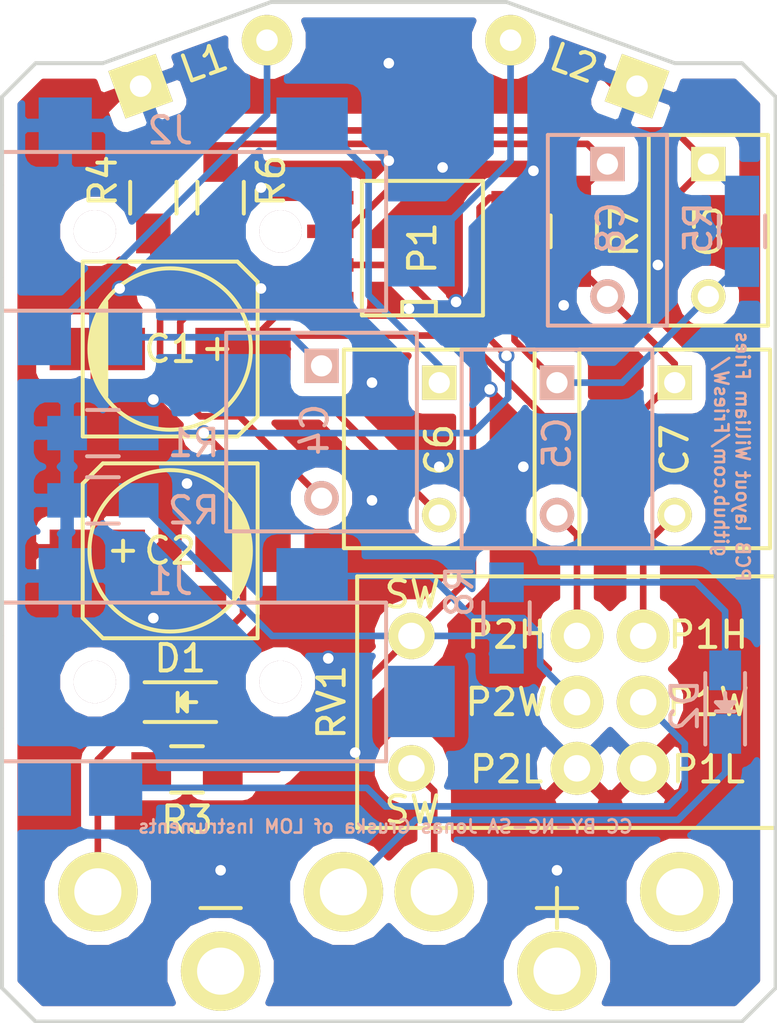
<source format=kicad_pcb>
(kicad_pcb (version 4) (host pcbnew 4.0.2-stable)

  (general
    (links 50)
    (no_connects 4)
    (area 210.109999 85.878788 239.470001 124.535001)
    (thickness 1.6)
    (drawings 14)
    (tracks 235)
    (zones 0)
    (modules 25)
    (nets 23)
  )

  (page A4)
  (layers
    (0 F.Cu signal hide)
    (31 B.Cu signal hide)
    (32 B.Adhes user)
    (33 F.Adhes user)
    (34 B.Paste user)
    (35 F.Paste user)
    (36 B.SilkS user)
    (37 F.SilkS user)
    (38 B.Mask user)
    (39 F.Mask user)
    (40 Dwgs.User user)
    (41 Cmts.User user)
    (42 Eco1.User user)
    (43 Eco2.User user)
    (44 Edge.Cuts user)
    (45 Margin user)
    (46 B.CrtYd user)
    (47 F.CrtYd user)
    (48 B.Fab user)
    (49 F.Fab user)
  )

  (setup
    (last_trace_width 0.25)
    (trace_clearance 0.2)
    (zone_clearance 0.508)
    (zone_45_only no)
    (trace_min 0.007874)
    (segment_width 0.2)
    (edge_width 0.15)
    (via_size 0.6)
    (via_drill 0.4)
    (via_min_size 0.015748)
    (via_min_drill 0.3)
    (uvia_size 0.3)
    (uvia_drill 0.1)
    (uvias_allowed no)
    (uvia_min_size 0.007874)
    (uvia_min_drill 0.1)
    (pcb_text_width 0.3)
    (pcb_text_size 1.5 1.5)
    (mod_edge_width 0.15)
    (mod_text_size 1 1)
    (mod_text_width 0.15)
    (pad_size 1.6002 1.6002)
    (pad_drill 1.6002)
    (pad_to_mask_clearance 0.2)
    (aux_axis_origin 175.26 93.98)
    (grid_origin 175.26 93.98)
    (visible_elements 7FFEFFFF)
    (pcbplotparams
      (layerselection 0x3ffff_80000001)
      (usegerberextensions false)
      (excludeedgelayer true)
      (linewidth 0.100000)
      (plotframeref false)
      (viasonmask false)
      (mode 1)
      (useauxorigin false)
      (hpglpennumber 1)
      (hpglpenspeed 20)
      (hpglpendiameter 15)
      (hpglpenoverlay 2)
      (psnegative false)
      (psa4output false)
      (plotreference true)
      (plotvalue true)
      (plotinvisibletext false)
      (padsonsilk false)
      (subtractmaskfromsilk false)
      (outputformat 1)
      (mirror false)
      (drillshape 0)
      (scaleselection 1)
      (outputdirectory out/origGerber/))
  )

  (net 0 "")
  (net 1 "Net-(BT1-Pad1)")
  (net 2 GND)
  (net 3 /CH1)
  (net 4 /AO1)
  (net 5 "Net-(C4-Pad1)")
  (net 6 "Net-(C4-Pad2)")
  (net 7 "Net-(C5-Pad2)")
  (net 8 "Net-(C6-Pad1)")
  (net 9 "Net-(C6-Pad2)")
  (net 10 /AO2)
  (net 11 "Net-(C7-Pad2)")
  (net 12 /CH2)
  (net 13 "Net-(D1-Pad2)")
  (net 14 "Net-(J1-Pad5)")
  (net 15 "Net-(J1-Pad4)")
  (net 16 "Net-(J1-Pad3)")
  (net 17 "Net-(J1-Pad2)")
  (net 18 "Net-(J2-Pad5)")
  (net 19 "Net-(J2-Pad4)")
  (net 20 +5V)
  (net 21 -5V)
  (net 22 "Net-(D2-Pad2)")

  (net_class Default "This is the default net class."
    (clearance 0.2)
    (trace_width 0.25)
    (via_dia 0.6)
    (via_drill 0.4)
    (uvia_dia 0.3)
    (uvia_drill 0.1)
    (add_net +5V)
    (add_net -5V)
    (add_net /AO1)
    (add_net /AO2)
    (add_net /CH1)
    (add_net /CH2)
    (add_net GND)
    (add_net "Net-(BT1-Pad1)")
    (add_net "Net-(C4-Pad1)")
    (add_net "Net-(C4-Pad2)")
    (add_net "Net-(C5-Pad2)")
    (add_net "Net-(C6-Pad1)")
    (add_net "Net-(C6-Pad2)")
    (add_net "Net-(C7-Pad2)")
    (add_net "Net-(D1-Pad2)")
    (add_net "Net-(D2-Pad2)")
    (add_net "Net-(J1-Pad2)")
    (add_net "Net-(J1-Pad3)")
    (add_net "Net-(J1-Pad4)")
    (add_net "Net-(J1-Pad5)")
    (add_net "Net-(J2-Pad4)")
    (add_net "Net-(J2-Pad5)")
  )

  (module friesw:Switchcraft_TRS_Jack_SMD (layer B.Cu) (tedit 56B948BC) (tstamp 56747DD2)
    (at 210.185 94.615)
    (descr 35RASMT4BHNTRX)
    (path /566E30A9)
    (fp_text reference J2 (at 6.35 -3.81) (layer B.SilkS)
      (effects (font (size 1 1) (thickness 0.15)) (justify mirror))
    )
    (fp_text value JACK_TRS_5PINS (at 7.62 -7.62) (layer B.Fab)
      (effects (font (size 1 1) (thickness 0.15)) (justify mirror))
    )
    (fp_line (start 0 1.75) (end -1.27 1.75) (layer B.SilkS) (width 0.15))
    (fp_line (start -1.27 1.75) (end -1.27 -1.75) (layer B.SilkS) (width 0.15))
    (fp_line (start -1.27 -1.75) (end 0 -1.75) (layer B.SilkS) (width 0.15))
    (fp_line (start 14.5034 2.9972) (end 14.5034 -2.9972) (layer B.SilkS) (width 0.15))
    (fp_line (start 0 2.9972) (end 14.5034 2.9972) (layer B.SilkS) (width 0.15))
    (fp_line (start 0 -2.9972) (end 14.5034 -2.9972) (layer B.SilkS) (width 0.15))
    (fp_line (start 0 2.9972) (end 0 -2.9972) (layer B.SilkS) (width 0.15))
    (pad 4 smd rect (at 15.7988 0.7366) (size 2.5908 2.6924) (layers B.Cu B.Paste B.Mask)
      (net 19 "Net-(J2-Pad4)"))
    (pad 3 smd rect (at 4.2926 4.0005) (size 2.0066 2.1082) (layers B.Cu B.Paste B.Mask)
      (net 5 "Net-(C4-Pad1)"))
    (pad 5 smd rect (at 1.6002 4.0005) (size 2.0066 2.1082) (layers B.Cu B.Paste B.Mask)
      (net 18 "Net-(J2-Pad5)"))
    (pad 2 smd rect (at 11.7094 -4.0005) (size 2.6924 2.1082) (layers B.Cu B.Paste B.Mask)
      (net 8 "Net-(C6-Pad1)"))
    (pad "" thru_hole circle (at 10.5156 0) (size 1.6002 1.6002) (drill 1.6002) (layers *.Cu *.Mask B.SilkS))
    (pad "" thru_hole circle (at 3.5052 0) (size 1.6002 1.6002) (drill 1.6002) (layers *.Cu *.Mask B.SilkS))
    (pad 1 smd rect (at 2.3876 -4.0005) (size 2.0066 2.1082) (layers B.Cu B.Paste B.Mask)
      (net 2 GND))
  )

  (module friesw:Switchcraft_TRS_Jack_SMD (layer B.Cu) (tedit 56B948BC) (tstamp 56747DC4)
    (at 210.185 111.633)
    (descr 35RASMT4BHNTRX)
    (path /566E2978)
    (fp_text reference J1 (at 6.35 -3.81) (layer B.SilkS)
      (effects (font (size 1 1) (thickness 0.15)) (justify mirror))
    )
    (fp_text value JACK_TRS_5PINS (at 7.62 -7.62) (layer B.Fab)
      (effects (font (size 1 1) (thickness 0.15)) (justify mirror))
    )
    (fp_line (start 0 1.75) (end -1.27 1.75) (layer B.SilkS) (width 0.15))
    (fp_line (start -1.27 1.75) (end -1.27 -1.75) (layer B.SilkS) (width 0.15))
    (fp_line (start -1.27 -1.75) (end 0 -1.75) (layer B.SilkS) (width 0.15))
    (fp_line (start 14.5034 2.9972) (end 14.5034 -2.9972) (layer B.SilkS) (width 0.15))
    (fp_line (start 0 2.9972) (end 14.5034 2.9972) (layer B.SilkS) (width 0.15))
    (fp_line (start 0 -2.9972) (end 14.5034 -2.9972) (layer B.SilkS) (width 0.15))
    (fp_line (start 0 2.9972) (end 0 -2.9972) (layer B.SilkS) (width 0.15))
    (pad 4 smd rect (at 15.7988 0.7366) (size 2.5908 2.6924) (layers B.Cu B.Paste B.Mask)
      (net 15 "Net-(J1-Pad4)"))
    (pad 3 smd rect (at 4.2926 4.0005) (size 2.0066 2.1082) (layers B.Cu B.Paste B.Mask)
      (net 16 "Net-(J1-Pad3)"))
    (pad 5 smd rect (at 1.6002 4.0005) (size 2.0066 2.1082) (layers B.Cu B.Paste B.Mask)
      (net 14 "Net-(J1-Pad5)"))
    (pad 2 smd rect (at 11.7094 -4.0005) (size 2.6924 2.1082) (layers B.Cu B.Paste B.Mask)
      (net 17 "Net-(J1-Pad2)"))
    (pad "" thru_hole circle (at 10.5156 0) (size 1.6002 1.6002) (drill 1.6002) (layers *.Cu *.Mask B.SilkS))
    (pad "" thru_hole circle (at 3.5052 0) (size 1.6002 1.6002) (drill 1.6002) (layers *.Cu *.Mask B.SilkS))
    (pad 1 smd rect (at 2.3876 -4.0005) (size 2.0066 2.1082) (layers B.Cu B.Paste B.Mask)
      (net 2 GND))
  )

  (module Capacitors_SMD:c_elec_6.3x7.7 (layer F.Cu) (tedit 56750BF5) (tstamp 56747D86)
    (at 216.535 99.06)
    (descr "SMT capacitor, aluminium electrolytic, 6.3x7.7")
    (path /566D1153)
    (attr smd)
    (fp_text reference C1 (at 0 0) (layer F.SilkS)
      (effects (font (size 1 1) (thickness 0.15)))
    )
    (fp_text value 220uF (at 0 4.318) (layer F.Fab)
      (effects (font (size 1 1) (thickness 0.15)))
    )
    (fp_line (start -4.85 -3.55) (end 4.85 -3.55) (layer F.CrtYd) (width 0.05))
    (fp_line (start 4.85 -3.55) (end 4.85 3.55) (layer F.CrtYd) (width 0.05))
    (fp_line (start 4.85 3.55) (end -4.85 3.55) (layer F.CrtYd) (width 0.05))
    (fp_line (start -4.85 3.55) (end -4.85 -3.55) (layer F.CrtYd) (width 0.05))
    (fp_line (start -2.921 -0.762) (end -2.921 0.762) (layer F.SilkS) (width 0.15))
    (fp_line (start -2.794 1.143) (end -2.794 -1.143) (layer F.SilkS) (width 0.15))
    (fp_line (start -2.667 -1.397) (end -2.667 1.397) (layer F.SilkS) (width 0.15))
    (fp_line (start -2.54 1.651) (end -2.54 -1.651) (layer F.SilkS) (width 0.15))
    (fp_line (start -2.413 -1.778) (end -2.413 1.778) (layer F.SilkS) (width 0.15))
    (fp_line (start -3.302 -3.302) (end -3.302 3.302) (layer F.SilkS) (width 0.15))
    (fp_line (start -3.302 3.302) (end 2.54 3.302) (layer F.SilkS) (width 0.15))
    (fp_line (start 2.54 3.302) (end 3.302 2.54) (layer F.SilkS) (width 0.15))
    (fp_line (start 3.302 2.54) (end 3.302 -2.54) (layer F.SilkS) (width 0.15))
    (fp_line (start 3.302 -2.54) (end 2.54 -3.302) (layer F.SilkS) (width 0.15))
    (fp_line (start 2.54 -3.302) (end -3.302 -3.302) (layer F.SilkS) (width 0.15))
    (fp_line (start 2.159 0) (end 1.397 0) (layer F.SilkS) (width 0.15))
    (fp_line (start 1.778 -0.381) (end 1.778 0.381) (layer F.SilkS) (width 0.15))
    (fp_circle (center 0 0) (end -3.048 0) (layer F.SilkS) (width 0.15))
    (pad 1 smd rect (at 2.75082 0) (size 3.59918 1.6002) (layers F.Cu F.Paste F.Mask)
      (net 20 +5V))
    (pad 2 smd rect (at -2.75082 0) (size 3.59918 1.6002) (layers F.Cu F.Paste F.Mask)
      (net 2 GND))
    (model Capacitors_SMD.3dshapes/c_elec_6.3x7.7.wrl
      (at (xyz 0 0 0))
      (scale (xyz 1 1 1))
      (rotate (xyz 0 0 0))
    )
  )

  (module Capacitors_SMD:c_elec_6.3x7.7 (layer F.Cu) (tedit 56750BD9) (tstamp 56747D8C)
    (at 216.535 106.68 180)
    (descr "SMT capacitor, aluminium electrolytic, 6.3x7.7")
    (path /566D11CF)
    (attr smd)
    (fp_text reference C2 (at 0 0 180) (layer F.SilkS)
      (effects (font (size 1 1) (thickness 0.15)))
    )
    (fp_text value 220uF (at 0 4.318 180) (layer F.Fab)
      (effects (font (size 1 1) (thickness 0.15)))
    )
    (fp_line (start -4.85 -3.55) (end 4.85 -3.55) (layer F.CrtYd) (width 0.05))
    (fp_line (start 4.85 -3.55) (end 4.85 3.55) (layer F.CrtYd) (width 0.05))
    (fp_line (start 4.85 3.55) (end -4.85 3.55) (layer F.CrtYd) (width 0.05))
    (fp_line (start -4.85 3.55) (end -4.85 -3.55) (layer F.CrtYd) (width 0.05))
    (fp_line (start -2.921 -0.762) (end -2.921 0.762) (layer F.SilkS) (width 0.15))
    (fp_line (start -2.794 1.143) (end -2.794 -1.143) (layer F.SilkS) (width 0.15))
    (fp_line (start -2.667 -1.397) (end -2.667 1.397) (layer F.SilkS) (width 0.15))
    (fp_line (start -2.54 1.651) (end -2.54 -1.651) (layer F.SilkS) (width 0.15))
    (fp_line (start -2.413 -1.778) (end -2.413 1.778) (layer F.SilkS) (width 0.15))
    (fp_line (start -3.302 -3.302) (end -3.302 3.302) (layer F.SilkS) (width 0.15))
    (fp_line (start -3.302 3.302) (end 2.54 3.302) (layer F.SilkS) (width 0.15))
    (fp_line (start 2.54 3.302) (end 3.302 2.54) (layer F.SilkS) (width 0.15))
    (fp_line (start 3.302 2.54) (end 3.302 -2.54) (layer F.SilkS) (width 0.15))
    (fp_line (start 3.302 -2.54) (end 2.54 -3.302) (layer F.SilkS) (width 0.15))
    (fp_line (start 2.54 -3.302) (end -3.302 -3.302) (layer F.SilkS) (width 0.15))
    (fp_line (start 2.159 0) (end 1.397 0) (layer F.SilkS) (width 0.15))
    (fp_line (start 1.778 -0.381) (end 1.778 0.381) (layer F.SilkS) (width 0.15))
    (fp_circle (center 0 0) (end -3.048 0) (layer F.SilkS) (width 0.15))
    (pad 1 smd rect (at 2.75082 0 180) (size 3.59918 1.6002) (layers F.Cu F.Paste F.Mask)
      (net 2 GND))
    (pad 2 smd rect (at -2.75082 0 180) (size 3.59918 1.6002) (layers F.Cu F.Paste F.Mask)
      (net 21 -5V))
    (model Capacitors_SMD.3dshapes/c_elec_6.3x7.7.wrl
      (at (xyz 0 0 0))
      (scale (xyz 1 1 1))
      (rotate (xyz 0 0 0))
    )
  )

  (module friesw:C_Rect_L7.2_W4.5_P5 (layer F.Cu) (tedit 56750C10) (tstamp 56747D92)
    (at 236.855 92.075 270)
    (descr "Film Capacitor Length 7mm x Width 4.5mm, Pitch 5mm")
    (tags Capacitor)
    (path /566D22A5)
    (fp_text reference C3 (at 2.54 0 270) (layer F.SilkS)
      (effects (font (size 1 1) (thickness 0.15)))
    )
    (fp_text value 47pF (at 2.5 3.5 270) (layer F.Fab)
      (effects (font (size 1 1) (thickness 0.15)))
    )
    (fp_line (start -1.35 -2.5) (end 6.35 -2.5) (layer F.CrtYd) (width 0.05))
    (fp_line (start 6.35 -2.5) (end 6.35 2.5) (layer F.CrtYd) (width 0.05))
    (fp_line (start 6.35 2.5) (end -1.35 2.5) (layer F.CrtYd) (width 0.05))
    (fp_line (start -1.35 2.5) (end -1.35 -2.5) (layer F.CrtYd) (width 0.05))
    (fp_line (start -1.1 -2.25) (end 6.1 -2.25) (layer F.SilkS) (width 0.15))
    (fp_line (start 6.1 -2.25) (end 6.1 2.25) (layer F.SilkS) (width 0.15))
    (fp_line (start 6.1 2.25) (end -1.1 2.25) (layer F.SilkS) (width 0.15))
    (fp_line (start -1.1 2.25) (end -1.1 -2.25) (layer F.SilkS) (width 0.15))
    (pad 1 thru_hole rect (at 0 0 270) (size 1.3 1.3) (drill 0.8) (layers *.Cu *.Mask F.SilkS)
      (net 3 /CH1))
    (pad 2 thru_hole circle (at 5 0 270) (size 1.3 1.3) (drill 0.8) (layers *.Cu *.Mask F.SilkS)
      (net 4 /AO1))
    (model Capacitors_ThroughHole.3dshapes/C_Rect_L7_W4.5_P5.wrl
      (at (xyz 0.098425 0 0))
      (scale (xyz 1 1 1))
      (rotate (xyz 0 0 0))
    )
  )

  (module friesw:C_Rect_L7.2_W7.2_P5 (layer B.Cu) (tedit 56750C9C) (tstamp 56747D98)
    (at 222.25 99.695 270)
    (descr WIMA_MKS2B042201F00)
    (tags Capacitor)
    (path /566D0935)
    (fp_text reference C4 (at 2.413 0.254 270) (layer B.SilkS)
      (effects (font (size 1 1) (thickness 0.15)) (justify mirror))
    )
    (fp_text value 2.2uF (at 2.286 -5.08 270) (layer B.Fab)
      (effects (font (size 1 1) (thickness 0.15)) (justify mirror))
    )
    (fp_line (start -1.5 3.85) (end 6.5 3.85) (layer B.CrtYd) (width 0.05))
    (fp_line (start 6.5 3.85) (end 6.5 -3.85) (layer B.CrtYd) (width 0.05))
    (fp_line (start 6.5 -3.85) (end -1.5 -3.85) (layer B.CrtYd) (width 0.05))
    (fp_line (start -1.5 -3.85) (end -1.5 3.85) (layer B.CrtYd) (width 0.05))
    (fp_line (start -1.25 3.6) (end 6.25 3.6) (layer B.SilkS) (width 0.15))
    (fp_line (start 6.25 3.6) (end 6.25 -3.6) (layer B.SilkS) (width 0.15))
    (fp_line (start 6.25 -3.6) (end -1.25 -3.6) (layer B.SilkS) (width 0.15))
    (fp_line (start -1.25 -3.6) (end -1.25 3.6) (layer B.SilkS) (width 0.15))
    (pad 1 thru_hole rect (at 0 0 270) (size 1.3 1.3) (drill 0.8) (layers *.Cu *.Mask B.SilkS)
      (net 5 "Net-(C4-Pad1)"))
    (pad 2 thru_hole circle (at 5 0 270) (size 1.3 1.3) (drill 0.8) (layers *.Cu *.Mask B.SilkS)
      (net 6 "Net-(C4-Pad2)"))
    (model Capacitors_ThroughHole.3dshapes/C_Rect_L7_W6_P5.wrl
      (at (xyz 0.098425 0 0))
      (scale (xyz 1 1 1))
      (rotate (xyz 0 0 0))
    )
  )

  (module friesw:C_Rect_L7.2_W7.2_P5 (layer B.Cu) (tedit 56750C9F) (tstamp 56747D9E)
    (at 231.14 100.33 270)
    (descr WIMA_MKS2B042201F00)
    (tags Capacitor)
    (path /566D280C)
    (fp_text reference C5 (at 2.286 0 270) (layer B.SilkS)
      (effects (font (size 1 1) (thickness 0.15)) (justify mirror))
    )
    (fp_text value 2.2uF (at 2.286 -5.08 270) (layer B.Fab)
      (effects (font (size 1 1) (thickness 0.15)) (justify mirror))
    )
    (fp_line (start -1.5 3.85) (end 6.5 3.85) (layer B.CrtYd) (width 0.05))
    (fp_line (start 6.5 3.85) (end 6.5 -3.85) (layer B.CrtYd) (width 0.05))
    (fp_line (start 6.5 -3.85) (end -1.5 -3.85) (layer B.CrtYd) (width 0.05))
    (fp_line (start -1.5 -3.85) (end -1.5 3.85) (layer B.CrtYd) (width 0.05))
    (fp_line (start -1.25 3.6) (end 6.25 3.6) (layer B.SilkS) (width 0.15))
    (fp_line (start 6.25 3.6) (end 6.25 -3.6) (layer B.SilkS) (width 0.15))
    (fp_line (start 6.25 -3.6) (end -1.25 -3.6) (layer B.SilkS) (width 0.15))
    (fp_line (start -1.25 -3.6) (end -1.25 3.6) (layer B.SilkS) (width 0.15))
    (pad 1 thru_hole rect (at 0 0 270) (size 1.3 1.3) (drill 0.8) (layers *.Cu *.Mask B.SilkS)
      (net 4 /AO1))
    (pad 2 thru_hole circle (at 5 0 270) (size 1.3 1.3) (drill 0.8) (layers *.Cu *.Mask B.SilkS)
      (net 7 "Net-(C5-Pad2)"))
    (model Capacitors_ThroughHole.3dshapes/C_Rect_L7_W6_P5.wrl
      (at (xyz 0.098425 0 0))
      (scale (xyz 1 1 1))
      (rotate (xyz 0 0 0))
    )
  )

  (module friesw:C_Rect_L7.2_W7.2_P5 (layer F.Cu) (tedit 56750BEE) (tstamp 56747DA4)
    (at 226.695 100.33 270)
    (descr WIMA_MKS2B042201F00)
    (tags Capacitor)
    (path /566D0FC8)
    (fp_text reference C6 (at 2.54 0 270) (layer F.SilkS)
      (effects (font (size 1 1) (thickness 0.15)))
    )
    (fp_text value 2.2uF (at 2.286 5.08 270) (layer F.Fab)
      (effects (font (size 1 1) (thickness 0.15)))
    )
    (fp_line (start -1.5 -3.85) (end 6.5 -3.85) (layer F.CrtYd) (width 0.05))
    (fp_line (start 6.5 -3.85) (end 6.5 3.85) (layer F.CrtYd) (width 0.05))
    (fp_line (start 6.5 3.85) (end -1.5 3.85) (layer F.CrtYd) (width 0.05))
    (fp_line (start -1.5 3.85) (end -1.5 -3.85) (layer F.CrtYd) (width 0.05))
    (fp_line (start -1.25 -3.6) (end 6.25 -3.6) (layer F.SilkS) (width 0.15))
    (fp_line (start 6.25 -3.6) (end 6.25 3.6) (layer F.SilkS) (width 0.15))
    (fp_line (start 6.25 3.6) (end -1.25 3.6) (layer F.SilkS) (width 0.15))
    (fp_line (start -1.25 3.6) (end -1.25 -3.6) (layer F.SilkS) (width 0.15))
    (pad 1 thru_hole rect (at 0 0 270) (size 1.3 1.3) (drill 0.8) (layers *.Cu *.Mask F.SilkS)
      (net 8 "Net-(C6-Pad1)"))
    (pad 2 thru_hole circle (at 5 0 270) (size 1.3 1.3) (drill 0.8) (layers *.Cu *.Mask F.SilkS)
      (net 9 "Net-(C6-Pad2)"))
    (model Capacitors_ThroughHole.3dshapes/C_Rect_L7_W6_P5.wrl
      (at (xyz 0.098425 0 0))
      (scale (xyz 1 1 1))
      (rotate (xyz 0 0 0))
    )
  )

  (module friesw:C_Rect_L7.2_W7.2_P5 (layer F.Cu) (tedit 56750BF0) (tstamp 56747DAA)
    (at 235.585 100.33 270)
    (descr WIMA_MKS2B042201F00)
    (tags Capacitor)
    (path /566D288D)
    (fp_text reference C7 (at 2.54 0 270) (layer F.SilkS)
      (effects (font (size 1 1) (thickness 0.15)))
    )
    (fp_text value 2.2uF (at 2.286 5.08 270) (layer F.Fab)
      (effects (font (size 1 1) (thickness 0.15)))
    )
    (fp_line (start -1.5 -3.85) (end 6.5 -3.85) (layer F.CrtYd) (width 0.05))
    (fp_line (start 6.5 -3.85) (end 6.5 3.85) (layer F.CrtYd) (width 0.05))
    (fp_line (start 6.5 3.85) (end -1.5 3.85) (layer F.CrtYd) (width 0.05))
    (fp_line (start -1.5 3.85) (end -1.5 -3.85) (layer F.CrtYd) (width 0.05))
    (fp_line (start -1.25 -3.6) (end 6.25 -3.6) (layer F.SilkS) (width 0.15))
    (fp_line (start 6.25 -3.6) (end 6.25 3.6) (layer F.SilkS) (width 0.15))
    (fp_line (start 6.25 3.6) (end -1.25 3.6) (layer F.SilkS) (width 0.15))
    (fp_line (start -1.25 3.6) (end -1.25 -3.6) (layer F.SilkS) (width 0.15))
    (pad 1 thru_hole rect (at 0 0 270) (size 1.3 1.3) (drill 0.8) (layers *.Cu *.Mask F.SilkS)
      (net 10 /AO2))
    (pad 2 thru_hole circle (at 5 0 270) (size 1.3 1.3) (drill 0.8) (layers *.Cu *.Mask F.SilkS)
      (net 11 "Net-(C7-Pad2)"))
    (model Capacitors_ThroughHole.3dshapes/C_Rect_L7_W6_P5.wrl
      (at (xyz 0.098425 0 0))
      (scale (xyz 1 1 1))
      (rotate (xyz 0 0 0))
    )
  )

  (module friesw:C_Rect_L7.2_W4.5_P5 (layer B.Cu) (tedit 56750CA4) (tstamp 56747DB0)
    (at 233.045 92.075 270)
    (descr "Film Capacitor Length 7mm x Width 4.5mm, Pitch 5mm")
    (tags Capacitor)
    (path /566D2576)
    (fp_text reference C8 (at 2.413 -0.127 270) (layer B.SilkS)
      (effects (font (size 1 1) (thickness 0.15)) (justify mirror))
    )
    (fp_text value 47pF (at 2.5 -3.5 270) (layer B.Fab)
      (effects (font (size 1 1) (thickness 0.15)) (justify mirror))
    )
    (fp_line (start -1.35 2.5) (end 6.35 2.5) (layer B.CrtYd) (width 0.05))
    (fp_line (start 6.35 2.5) (end 6.35 -2.5) (layer B.CrtYd) (width 0.05))
    (fp_line (start 6.35 -2.5) (end -1.35 -2.5) (layer B.CrtYd) (width 0.05))
    (fp_line (start -1.35 -2.5) (end -1.35 2.5) (layer B.CrtYd) (width 0.05))
    (fp_line (start -1.1 2.25) (end 6.1 2.25) (layer B.SilkS) (width 0.15))
    (fp_line (start 6.1 2.25) (end 6.1 -2.25) (layer B.SilkS) (width 0.15))
    (fp_line (start 6.1 -2.25) (end -1.1 -2.25) (layer B.SilkS) (width 0.15))
    (fp_line (start -1.1 -2.25) (end -1.1 2.25) (layer B.SilkS) (width 0.15))
    (pad 1 thru_hole rect (at 0 0 270) (size 1.3 1.3) (drill 0.8) (layers *.Cu *.Mask B.SilkS)
      (net 12 /CH2))
    (pad 2 thru_hole circle (at 5 0 270) (size 1.3 1.3) (drill 0.8) (layers *.Cu *.Mask B.SilkS)
      (net 10 /AO2))
    (model Capacitors_ThroughHole.3dshapes/C_Rect_L7_W4.5_P5.wrl
      (at (xyz 0.098425 0 0))
      (scale (xyz 1 1 1))
      (rotate (xyz 0 0 0))
    )
  )

  (module friesw:LED-0805-HandSoldering (layer F.Cu) (tedit 56750C3E) (tstamp 56747DB6)
    (at 217.17 112.395)
    (descr "LED 0805 smd package")
    (tags "LED 0805 SMD")
    (path /566D140A)
    (attr smd)
    (fp_text reference D1 (at -0.254 -1.651) (layer F.SilkS)
      (effects (font (size 1 1) (thickness 0.15)))
    )
    (fp_text value LED (at 0 1.75) (layer F.Fab)
      (effects (font (size 1 1) (thickness 0.15)))
    )
    (fp_line (start -1.6 0.75) (end 1.1 0.75) (layer F.SilkS) (width 0.15))
    (fp_line (start -1.6 -0.75) (end 1.1 -0.75) (layer F.SilkS) (width 0.15))
    (fp_line (start -0.1 0.15) (end -0.1 -0.1) (layer F.SilkS) (width 0.15))
    (fp_line (start -0.1 -0.1) (end -0.25 0.05) (layer F.SilkS) (width 0.15))
    (fp_line (start -0.35 -0.35) (end -0.35 0.35) (layer F.SilkS) (width 0.15))
    (fp_line (start 0 0) (end 0.35 0) (layer F.SilkS) (width 0.15))
    (fp_line (start -0.35 0) (end 0 -0.35) (layer F.SilkS) (width 0.15))
    (fp_line (start 0 -0.35) (end 0 0.35) (layer F.SilkS) (width 0.15))
    (fp_line (start 0 0.35) (end -0.35 0) (layer F.SilkS) (width 0.15))
    (fp_line (start 2.20112 -0.95) (end 2.20112 0.95) (layer F.CrtYd) (width 0.05))
    (fp_line (start 2.20112 0.95) (end -2.20112 0.95) (layer F.CrtYd) (width 0.05))
    (fp_line (start -2.20112 0.95) (end -2.20112 -0.95) (layer F.CrtYd) (width 0.05))
    (fp_line (start -2.20112 -0.95) (end 2.20112 -0.95) (layer F.CrtYd) (width 0.05))
    (pad 2 smd rect (at 1.19958 0 180) (size 1.5 1.19888) (layers F.Cu F.Paste F.Mask)
      (net 13 "Net-(D1-Pad2)"))
    (pad 1 smd rect (at -1.19958 0 180) (size 1.5 1.19888) (layers F.Cu F.Paste F.Mask)
      (net 21 -5V))
    (model LEDs.3dshapes/LED-0805.wrl
      (at (xyz 0 0 0))
      (scale (xyz 1 1 1))
      (rotate (xyz 0 0 0))
    )
  )

  (module friesw:SOIC-8-N-HandSoldering (layer F.Cu) (tedit 56750C0C) (tstamp 56747DEA)
    (at 226.06 95.25 90)
    (descr "Module Narrow CMS SOJ 8 pins large")
    (tags "CMS SOJ")
    (path /566D0397)
    (attr smd)
    (fp_text reference P1 (at 0 0 90) (layer F.SilkS)
      (effects (font (size 1 1) (thickness 0.15)))
    )
    (fp_text value DIL8 (at 0 1.27 90) (layer F.Fab)
      (effects (font (size 1 1) (thickness 0.15)))
    )
    (fp_line (start -2.54 -2.286) (end 2.54 -2.286) (layer F.SilkS) (width 0.15))
    (fp_line (start 2.54 -2.286) (end 2.54 2.286) (layer F.SilkS) (width 0.15))
    (fp_line (start 2.54 2.286) (end -2.54 2.286) (layer F.SilkS) (width 0.15))
    (fp_line (start -2.54 2.286) (end -2.54 -2.286) (layer F.SilkS) (width 0.15))
    (fp_line (start -2.54 -0.762) (end -2.032 -0.762) (layer F.SilkS) (width 0.15))
    (fp_line (start -2.032 -0.762) (end -2.032 0.508) (layer F.SilkS) (width 0.15))
    (fp_line (start -2.032 0.508) (end -2.54 0.508) (layer F.SilkS) (width 0.15))
    (pad 8 smd rect (at -1.905 -3.4785 90) (size 0.508 1.75) (layers F.Cu F.Paste F.Mask)
      (net 20 +5V))
    (pad 7 smd rect (at -0.635 -3.4785 90) (size 0.508 1.75) (layers F.Cu F.Paste F.Mask)
      (net 10 /AO2))
    (pad 6 smd rect (at 0.635 -3.4785 90) (size 0.508 1.75) (layers F.Cu F.Paste F.Mask)
      (net 12 /CH2))
    (pad 5 smd rect (at 1.905 -3.4785 90) (size 0.508 1.75) (layers F.Cu F.Paste F.Mask)
      (net 2 GND))
    (pad 4 smd rect (at 1.905 3.4785 90) (size 0.508 1.75) (layers F.Cu F.Paste F.Mask)
      (net 21 -5V))
    (pad 3 smd rect (at 0.635 3.4785 90) (size 0.508 1.75) (layers F.Cu F.Paste F.Mask)
      (net 2 GND))
    (pad 2 smd rect (at -0.635 3.4785 90) (size 0.508 1.75) (layers F.Cu F.Paste F.Mask)
      (net 3 /CH1))
    (pad 1 smd rect (at -1.905 3.4785 90) (size 0.508 1.75) (layers F.Cu F.Paste F.Mask)
      (net 4 /AO1))
    (model SMD_Packages.3dshapes/SOIC-8-N.wrl
      (at (xyz 0 0 0))
      (scale (xyz 0.5 0.38 0.5))
      (rotate (xyz 0 0 0))
    )
  )

  (module Resistors_SMD:R_0805_HandSoldering (layer B.Cu) (tedit 56750CDB) (tstamp 56747DF0)
    (at 213.995 104.775 180)
    (descr "Resistor SMD 0805, hand soldering")
    (tags "resistor 0805")
    (path /566D123F)
    (attr smd)
    (fp_text reference R1 (at -3.429 2.159 180) (layer B.SilkS)
      (effects (font (size 1 1) (thickness 0.15)) (justify mirror))
    )
    (fp_text value 100k (at 0 -2.1 180) (layer B.Fab)
      (effects (font (size 1 1) (thickness 0.15)) (justify mirror))
    )
    (fp_line (start -2.4 1) (end 2.4 1) (layer B.CrtYd) (width 0.05))
    (fp_line (start -2.4 -1) (end 2.4 -1) (layer B.CrtYd) (width 0.05))
    (fp_line (start -2.4 1) (end -2.4 -1) (layer B.CrtYd) (width 0.05))
    (fp_line (start 2.4 1) (end 2.4 -1) (layer B.CrtYd) (width 0.05))
    (fp_line (start 0.6 -0.875) (end -0.6 -0.875) (layer B.SilkS) (width 0.15))
    (fp_line (start -0.6 0.875) (end 0.6 0.875) (layer B.SilkS) (width 0.15))
    (pad 1 smd rect (at -1.35 0 180) (size 1.5 1.3) (layers B.Cu B.Paste B.Mask)
      (net 20 +5V))
    (pad 2 smd rect (at 1.35 0 180) (size 1.5 1.3) (layers B.Cu B.Paste B.Mask)
      (net 2 GND))
    (model Resistors_SMD.3dshapes/R_0805_HandSoldering.wrl
      (at (xyz 0 0 0))
      (scale (xyz 1 1 1))
      (rotate (xyz 0 0 0))
    )
  )

  (module Resistors_SMD:R_0805_HandSoldering (layer B.Cu) (tedit 56750CD6) (tstamp 56747DF6)
    (at 213.995 102.235)
    (descr "Resistor SMD 0805, hand soldering")
    (tags "resistor 0805")
    (path /566D12D9)
    (attr smd)
    (fp_text reference R2 (at 3.429 2.921) (layer B.SilkS)
      (effects (font (size 1 1) (thickness 0.15)) (justify mirror))
    )
    (fp_text value 100k (at 0 -2.1) (layer B.Fab)
      (effects (font (size 1 1) (thickness 0.15)) (justify mirror))
    )
    (fp_line (start -2.4 1) (end 2.4 1) (layer B.CrtYd) (width 0.05))
    (fp_line (start -2.4 -1) (end 2.4 -1) (layer B.CrtYd) (width 0.05))
    (fp_line (start -2.4 1) (end -2.4 -1) (layer B.CrtYd) (width 0.05))
    (fp_line (start 2.4 1) (end 2.4 -1) (layer B.CrtYd) (width 0.05))
    (fp_line (start 0.6 -0.875) (end -0.6 -0.875) (layer B.SilkS) (width 0.15))
    (fp_line (start -0.6 0.875) (end 0.6 0.875) (layer B.SilkS) (width 0.15))
    (pad 1 smd rect (at -1.35 0) (size 1.5 1.3) (layers B.Cu B.Paste B.Mask)
      (net 2 GND))
    (pad 2 smd rect (at 1.35 0) (size 1.5 1.3) (layers B.Cu B.Paste B.Mask)
      (net 21 -5V))
    (model Resistors_SMD.3dshapes/R_0805_HandSoldering.wrl
      (at (xyz 0 0 0))
      (scale (xyz 1 1 1))
      (rotate (xyz 0 0 0))
    )
  )

  (module Resistors_SMD:R_0805_HandSoldering (layer F.Cu) (tedit 56750BCF) (tstamp 56747DFC)
    (at 217.17 114.935 180)
    (descr "Resistor SMD 0805, hand soldering")
    (tags "resistor 0805")
    (path /566D1332)
    (attr smd)
    (fp_text reference R3 (at 0 -1.905 180) (layer F.SilkS)
      (effects (font (size 1 1) (thickness 0.15)))
    )
    (fp_text value 1k (at 0 2.1 180) (layer F.Fab)
      (effects (font (size 1 1) (thickness 0.15)))
    )
    (fp_line (start -2.4 -1) (end 2.4 -1) (layer F.CrtYd) (width 0.05))
    (fp_line (start -2.4 1) (end 2.4 1) (layer F.CrtYd) (width 0.05))
    (fp_line (start -2.4 -1) (end -2.4 1) (layer F.CrtYd) (width 0.05))
    (fp_line (start 2.4 -1) (end 2.4 1) (layer F.CrtYd) (width 0.05))
    (fp_line (start 0.6 0.875) (end -0.6 0.875) (layer F.SilkS) (width 0.15))
    (fp_line (start -0.6 -0.875) (end 0.6 -0.875) (layer F.SilkS) (width 0.15))
    (pad 1 smd rect (at -1.35 0 180) (size 1.5 1.3) (layers F.Cu F.Paste F.Mask)
      (net 20 +5V))
    (pad 2 smd rect (at 1.35 0 180) (size 1.5 1.3) (layers F.Cu F.Paste F.Mask)
      (net 13 "Net-(D1-Pad2)"))
    (model Resistors_SMD.3dshapes/R_0805_HandSoldering.wrl
      (at (xyz 0 0 0))
      (scale (xyz 1 1 1))
      (rotate (xyz 0 0 0))
    )
  )

  (module Resistors_SMD:R_0805_HandSoldering (layer F.Cu) (tedit 56750C2B) (tstamp 56747E02)
    (at 215.9 93.345 90)
    (descr "Resistor SMD 0805, hand soldering")
    (tags "resistor 0805")
    (path /566D0B26)
    (attr smd)
    (fp_text reference R4 (at 0.635 -1.905 90) (layer F.SilkS)
      (effects (font (size 1 1) (thickness 0.15)))
    )
    (fp_text value 1k (at 0 2.1 90) (layer F.Fab)
      (effects (font (size 1 1) (thickness 0.15)))
    )
    (fp_line (start -2.4 -1) (end 2.4 -1) (layer F.CrtYd) (width 0.05))
    (fp_line (start -2.4 1) (end 2.4 1) (layer F.CrtYd) (width 0.05))
    (fp_line (start -2.4 -1) (end -2.4 1) (layer F.CrtYd) (width 0.05))
    (fp_line (start 2.4 -1) (end 2.4 1) (layer F.CrtYd) (width 0.05))
    (fp_line (start 0.6 0.875) (end -0.6 0.875) (layer F.SilkS) (width 0.15))
    (fp_line (start -0.6 -0.875) (end 0.6 -0.875) (layer F.SilkS) (width 0.15))
    (pad 1 smd rect (at -1.35 0 90) (size 1.5 1.3) (layers F.Cu F.Paste F.Mask)
      (net 6 "Net-(C4-Pad2)"))
    (pad 2 smd rect (at 1.35 0 90) (size 1.5 1.3) (layers F.Cu F.Paste F.Mask)
      (net 3 /CH1))
    (model Resistors_SMD.3dshapes/R_0805_HandSoldering.wrl
      (at (xyz 0 0 0))
      (scale (xyz 1 1 1))
      (rotate (xyz 0 0 0))
    )
  )

  (module Resistors_SMD:R_0805_HandSoldering (layer B.Cu) (tedit 56750CB8) (tstamp 56747E08)
    (at 238.125 94.615 270)
    (descr "Resistor SMD 0805, hand soldering")
    (tags "resistor 0805")
    (path /566D2058)
    (attr smd)
    (fp_text reference R5 (at -0.127 1.651 270) (layer B.SilkS)
      (effects (font (size 1 1) (thickness 0.15)) (justify mirror))
    )
    (fp_text value 390k (at 0 -2.1 270) (layer B.Fab)
      (effects (font (size 1 1) (thickness 0.15)) (justify mirror))
    )
    (fp_line (start -2.4 1) (end 2.4 1) (layer B.CrtYd) (width 0.05))
    (fp_line (start -2.4 -1) (end 2.4 -1) (layer B.CrtYd) (width 0.05))
    (fp_line (start -2.4 1) (end -2.4 -1) (layer B.CrtYd) (width 0.05))
    (fp_line (start 2.4 1) (end 2.4 -1) (layer B.CrtYd) (width 0.05))
    (fp_line (start 0.6 -0.875) (end -0.6 -0.875) (layer B.SilkS) (width 0.15))
    (fp_line (start -0.6 0.875) (end 0.6 0.875) (layer B.SilkS) (width 0.15))
    (pad 1 smd rect (at -1.35 0 270) (size 1.5 1.3) (layers B.Cu B.Paste B.Mask)
      (net 3 /CH1))
    (pad 2 smd rect (at 1.35 0 270) (size 1.5 1.3) (layers B.Cu B.Paste B.Mask)
      (net 4 /AO1))
    (model Resistors_SMD.3dshapes/R_0805_HandSoldering.wrl
      (at (xyz 0 0 0))
      (scale (xyz 1 1 1))
      (rotate (xyz 0 0 0))
    )
  )

  (module Resistors_SMD:R_0805_HandSoldering (layer F.Cu) (tedit 56750BFF) (tstamp 56747E0E)
    (at 218.44 93.345 90)
    (descr "Resistor SMD 0805, hand soldering")
    (tags "resistor 0805")
    (path /566D0FD4)
    (attr smd)
    (fp_text reference R6 (at 0.635 1.905 90) (layer F.SilkS)
      (effects (font (size 1 1) (thickness 0.15)))
    )
    (fp_text value 1k (at 0 2.1 90) (layer F.Fab)
      (effects (font (size 1 1) (thickness 0.15)))
    )
    (fp_line (start -2.4 -1) (end 2.4 -1) (layer F.CrtYd) (width 0.05))
    (fp_line (start -2.4 1) (end 2.4 1) (layer F.CrtYd) (width 0.05))
    (fp_line (start -2.4 -1) (end -2.4 1) (layer F.CrtYd) (width 0.05))
    (fp_line (start 2.4 -1) (end 2.4 1) (layer F.CrtYd) (width 0.05))
    (fp_line (start 0.6 0.875) (end -0.6 0.875) (layer F.SilkS) (width 0.15))
    (fp_line (start -0.6 -0.875) (end 0.6 -0.875) (layer F.SilkS) (width 0.15))
    (pad 1 smd rect (at -1.35 0 90) (size 1.5 1.3) (layers F.Cu F.Paste F.Mask)
      (net 9 "Net-(C6-Pad2)"))
    (pad 2 smd rect (at 1.35 0 90) (size 1.5 1.3) (layers F.Cu F.Paste F.Mask)
      (net 12 /CH2))
    (model Resistors_SMD.3dshapes/R_0805_HandSoldering.wrl
      (at (xyz 0 0 0))
      (scale (xyz 1 1 1))
      (rotate (xyz 0 0 0))
    )
  )

  (module Resistors_SMD:R_0805_HandSoldering (layer F.Cu) (tedit 56750C14) (tstamp 56747E14)
    (at 231.775 94.615 270)
    (descr "Resistor SMD 0805, hand soldering")
    (tags "resistor 0805")
    (path /566D2570)
    (attr smd)
    (fp_text reference R7 (at 0 -1.905 270) (layer F.SilkS)
      (effects (font (size 1 1) (thickness 0.15)))
    )
    (fp_text value 390k (at 0 2.1 270) (layer F.Fab)
      (effects (font (size 1 1) (thickness 0.15)))
    )
    (fp_line (start -2.4 -1) (end 2.4 -1) (layer F.CrtYd) (width 0.05))
    (fp_line (start -2.4 1) (end 2.4 1) (layer F.CrtYd) (width 0.05))
    (fp_line (start -2.4 -1) (end -2.4 1) (layer F.CrtYd) (width 0.05))
    (fp_line (start 2.4 -1) (end 2.4 1) (layer F.CrtYd) (width 0.05))
    (fp_line (start 0.6 0.875) (end -0.6 0.875) (layer F.SilkS) (width 0.15))
    (fp_line (start -0.6 -0.875) (end 0.6 -0.875) (layer F.SilkS) (width 0.15))
    (pad 1 smd rect (at -1.35 0 270) (size 1.5 1.3) (layers F.Cu F.Paste F.Mask)
      (net 12 /CH2))
    (pad 2 smd rect (at 1.35 0 270) (size 1.5 1.3) (layers F.Cu F.Paste F.Mask)
      (net 10 /AO2))
    (model Resistors_SMD.3dshapes/R_0805_HandSoldering.wrl
      (at (xyz 0 0 0))
      (scale (xyz 1 1 1))
      (rotate (xyz 0 0 0))
    )
  )

  (module friesw:LED-0805-HandSoldering (layer B.Cu) (tedit 56B951ED) (tstamp 5674F6B1)
    (at 237.49 112.395 90)
    (descr "LED 0805 smd package")
    (tags "LED 0805 SMD")
    (path /56751250)
    (attr smd)
    (fp_text reference D2 (at -0.127 -1.524 90) (layer B.SilkS)
      (effects (font (size 1 1) (thickness 0.15)) (justify mirror))
    )
    (fp_text value LED (at 0 -1.75 90) (layer B.Fab)
      (effects (font (size 1 1) (thickness 0.15)) (justify mirror))
    )
    (fp_line (start -1.6 -0.75) (end 1.1 -0.75) (layer B.SilkS) (width 0.15))
    (fp_line (start -1.6 0.75) (end 1.1 0.75) (layer B.SilkS) (width 0.15))
    (fp_line (start -0.1 -0.15) (end -0.1 0.1) (layer B.SilkS) (width 0.15))
    (fp_line (start -0.1 0.1) (end -0.25 -0.05) (layer B.SilkS) (width 0.15))
    (fp_line (start -0.35 0.35) (end -0.35 -0.35) (layer B.SilkS) (width 0.15))
    (fp_line (start 0 0) (end 0.35 0) (layer B.SilkS) (width 0.15))
    (fp_line (start -0.35 0) (end 0 0.35) (layer B.SilkS) (width 0.15))
    (fp_line (start 0 0.35) (end 0 -0.35) (layer B.SilkS) (width 0.15))
    (fp_line (start 0 -0.35) (end -0.35 0) (layer B.SilkS) (width 0.15))
    (fp_line (start 2.20112 0.95) (end 2.20112 -0.95) (layer B.CrtYd) (width 0.05))
    (fp_line (start 2.20112 -0.95) (end -2.20112 -0.95) (layer B.CrtYd) (width 0.05))
    (fp_line (start -2.20112 -0.95) (end -2.20112 0.95) (layer B.CrtYd) (width 0.05))
    (fp_line (start -2.20112 0.95) (end 2.20112 0.95) (layer B.CrtYd) (width 0.05))
    (pad 2 smd rect (at 1.19958 0 270) (size 1.5 1.19888) (layers B.Cu B.Paste B.Mask)
      (net 22 "Net-(D2-Pad2)"))
    (pad 1 smd rect (at -1.19958 0 270) (size 1.5 1.19888) (layers B.Cu B.Paste B.Mask)
      (net 21 -5V))
    (model LEDs.3dshapes/LED-0805.wrl
      (at (xyz 0 0 0))
      (scale (xyz 1 1 1))
      (rotate (xyz 0 0 0))
    )
  )

  (module Resistors_SMD:R_0805_HandSoldering (layer B.Cu) (tedit 56750CC2) (tstamp 5674F6B7)
    (at 229.235 109.22 90)
    (descr "Resistor SMD 0805, hand soldering")
    (tags "resistor 0805")
    (path /5675124A)
    (attr smd)
    (fp_text reference R8 (at 1.016 -1.778 90) (layer B.SilkS)
      (effects (font (size 1 1) (thickness 0.15)) (justify mirror))
    )
    (fp_text value 1k (at 0 -2.1 90) (layer B.Fab)
      (effects (font (size 1 1) (thickness 0.15)) (justify mirror))
    )
    (fp_line (start -2.4 1) (end 2.4 1) (layer B.CrtYd) (width 0.05))
    (fp_line (start -2.4 -1) (end 2.4 -1) (layer B.CrtYd) (width 0.05))
    (fp_line (start -2.4 1) (end -2.4 -1) (layer B.CrtYd) (width 0.05))
    (fp_line (start 2.4 1) (end 2.4 -1) (layer B.CrtYd) (width 0.05))
    (fp_line (start 0.6 -0.875) (end -0.6 -0.875) (layer B.SilkS) (width 0.15))
    (fp_line (start -0.6 0.875) (end 0.6 0.875) (layer B.SilkS) (width 0.15))
    (pad 1 smd rect (at -1.35 0 90) (size 1.5 1.3) (layers B.Cu B.Paste B.Mask)
      (net 20 +5V))
    (pad 2 smd rect (at 1.35 0 90) (size 1.5 1.3) (layers B.Cu B.Paste B.Mask)
      (net 22 "Net-(D2-Pad2)"))
    (model Resistors_SMD.3dshapes/R_0805_HandSoldering.wrl
      (at (xyz 0 0 0))
      (scale (xyz 1 1 1))
      (rotate (xyz 0 0 0))
    )
  )

  (module friesw:9V_Battery_Snaps (layer F.Cu) (tedit 56B950B4) (tstamp 56747D80)
    (at 231.14 122.555 180)
    (descr "Keystone 593 & 594")
    (path /566D1611)
    (fp_text reference BT1 (at 23.495 4.445 180) (layer F.SilkS)
      (effects (font (size 1 1) (thickness 0.15)))
    )
    (fp_text value 9V (at 0 6.35 180) (layer F.Fab)
      (effects (font (size 1 1) (thickness 0.15)))
    )
    (fp_text user "\\/ Edge of PCB \\/" (at 6.35 -3.81 180) (layer F.SilkS)
      (effects (font (size 1 1) (thickness 0.15)))
    )
    (fp_text user - (at 12.7 2.54 180) (layer F.SilkS)
      (effects (font (size 2 2) (thickness 0.15)))
    )
    (fp_text user + (at 0 2.54 180) (layer F.SilkS)
      (effects (font (size 2 2) (thickness 0.15)))
    )
    (fp_line (start 19.05 -1.905) (end -6.35 -1.905) (layer F.CrtYd) (width 0.05))
    (fp_line (start -6.35 -1.905) (end -6.35 5.08) (layer F.CrtYd) (width 0.05))
    (fp_line (start -6.35 5.08) (end 19.05 5.08) (layer F.CrtYd) (width 0.05))
    (fp_line (start 19.05 5.08) (end 19.05 -1.905) (layer F.CrtYd) (width 0.05))
    (pad 2 thru_hole circle (at 17.3355 2.9972 180) (size 3 3) (drill 1.778) (layers *.Cu *.Mask F.SilkS)
      (net 21 -5V))
    (pad 2 thru_hole circle (at 8.0645 2.9972 180) (size 3 3) (drill 1.778) (layers *.Cu *.Mask F.SilkS)
      (net 21 -5V))
    (pad 2 thru_hole circle (at 12.7 0 180) (size 3 3) (drill 1.778) (layers *.Cu *.Mask F.SilkS)
      (net 21 -5V))
    (pad 1 thru_hole circle (at 4.6355 2.9972 180) (size 3 3) (drill 1.778) (layers *.Cu *.Mask F.SilkS)
      (net 1 "Net-(BT1-Pad1)"))
    (pad 1 thru_hole circle (at -4.6355 2.9972 180) (size 3 3) (drill 1.778) (layers *.Cu *.Mask F.SilkS)
      (net 1 "Net-(BT1-Pad1)"))
    (pad 1 thru_hole circle (at 0 0 180) (size 3 3) (drill 1.778) (layers *.Cu *.Mask F.SilkS)
      (net 1 "Net-(BT1-Pad1)"))
  )

  (module friesw:Dual_Switched_Pot (layer F.Cu) (tedit 56777FBB) (tstamp 56747E20)
    (at 239.395 112.395 270)
    (descr APLS_RK0971221Z05)
    (path /566F27DA)
    (fp_text reference RV1 (at 0 16.764 270) (layer F.SilkS)
      (effects (font (size 1 1) (thickness 0.15)))
    )
    (fp_text value DUAL_SWITCHED_POT (at -0.762 -6.858 270) (layer F.Fab)
      (effects (font (size 1 1) (thickness 0.15)))
    )
    (fp_line (start -3.556 -5.08) (end 3.556 -5.08) (layer F.SilkS) (width 0.15))
    (fp_line (start 3.556 -5.08) (end 3.556 0) (layer F.SilkS) (width 0.15))
    (fp_line (start -3.556 0) (end -3.556 -5) (layer F.SilkS) (width 0.15))
    (fp_text user P1H (at -2.54 2.54 360) (layer F.SilkS)
      (effects (font (size 1 1) (thickness 0.15)))
    )
    (fp_text user P1W (at 0 2.54 360) (layer F.SilkS)
      (effects (font (size 1 1) (thickness 0.15)))
    )
    (fp_text user P1L (at 2.54 2.54 360) (layer F.SilkS)
      (effects (font (size 1 1) (thickness 0.15)))
    )
    (fp_text user P2H (at -2.54 10.16 360) (layer F.SilkS)
      (effects (font (size 1 1) (thickness 0.15)))
    )
    (fp_text user P2L (at 2.54 10.16 360) (layer F.SilkS)
      (effects (font (size 1 1) (thickness 0.15)))
    )
    (fp_text user P2W (at 0 10.16 360) (layer F.SilkS)
      (effects (font (size 1 1) (thickness 0.15)))
    )
    (fp_text user SW (at 4.064 13.716 360) (layer F.SilkS)
      (effects (font (size 1 1) (thickness 0.15)))
    )
    (fp_text user SW (at -4.064 13.716 360) (layer F.SilkS)
      (effects (font (size 1 1) (thickness 0.15)))
    )
    (fp_line (start -4.75 15.8) (end 4.75 15.8) (layer F.SilkS) (width 0.15))
    (fp_line (start 4.75 0) (end 4.75 15.8) (layer F.SilkS) (width 0.15))
    (fp_line (start -4.75 0) (end -4.75 15.8) (layer F.SilkS) (width 0.15))
    (fp_line (start -4.75 0) (end 4.75 0) (layer F.SilkS) (width 0.15))
    (pad 6 thru_hole circle (at 2.5 7.5 270) (size 2 2) (drill 1) (layers *.Cu *.Mask F.SilkS)
      (net 2 GND))
    (pad 4 thru_hole circle (at -2.5 7.5 270) (size 2 2) (drill 1) (layers *.Cu *.Mask F.SilkS)
      (net 7 "Net-(C5-Pad2)"))
    (pad 7 thru_hole circle (at -2.5 13.75 270) (size 1.75 1.75) (drill 1) (layers *.Cu *.Mask F.SilkS)
      (net 20 +5V))
    (pad 5 thru_hole circle (at 0 7.5 270) (size 2 2) (drill 1) (layers *.Cu *.Mask F.SilkS)
      (net 17 "Net-(J1-Pad2)"))
    (pad 8 thru_hole circle (at 2.5 13.75 270) (size 1.75 1.75) (drill 1) (layers *.Cu *.Mask F.SilkS)
      (net 1 "Net-(BT1-Pad1)"))
    (pad 3 thru_hole circle (at 2.5 5 270) (size 2 2) (drill 1) (layers *.Cu *.Mask F.SilkS)
      (net 2 GND))
    (pad 2 thru_hole circle (at 0 5 270) (size 2 2) (drill 1) (layers *.Cu *.Mask F.SilkS)
      (net 16 "Net-(J1-Pad3)"))
    (pad 1 thru_hole circle (at -2.5 5 270) (size 2 2) (drill 1) (layers *.Cu *.Mask F.SilkS)
      (net 11 "Net-(C7-Pad2)"))
  )

  (module friesw:INDUCTOR_V_WO_CIRCLE (layer F.Cu) (tedit 56B95147) (tstamp 56747DD8)
    (at 217.805 88.265 20)
    (descr "Inductor (vertical)")
    (tags INDUCTOR)
    (path /566D0A46)
    (fp_text reference L1 (at 0 0 20) (layer F.SilkS)
      (effects (font (size 1 1) (thickness 0.15)))
    )
    (fp_text value 22mH (at 0.09906 -1.99898 20) (layer F.Fab)
      (effects (font (size 1 1) (thickness 0.15)))
    )
    (pad 1 thru_hole rect (at -2.54 0 20) (size 1.905 1.905) (drill 0.8128) (layers *.Cu *.Mask F.SilkS)
      (net 2 GND))
    (pad 2 thru_hole circle (at 2.54 0 20) (size 1.905 1.905) (drill 0.8128) (layers *.Cu *.Mask F.SilkS)
      (net 18 "Net-(J2-Pad5)"))
  )

  (module friesw:INDUCTOR_V_WO_CIRCLE (layer F.Cu) (tedit 56B95147) (tstamp 56747DDE)
    (at 231.775 88.265 160)
    (descr "Inductor (vertical)")
    (tags INDUCTOR)
    (path /566D0FCE)
    (fp_text reference L2 (at 0 0 160) (layer F.SilkS)
      (effects (font (size 1 1) (thickness 0.15)))
    )
    (fp_text value 22mH (at 0.09906 -1.99898 160) (layer F.Fab)
      (effects (font (size 1 1) (thickness 0.15)))
    )
    (pad 1 thru_hole rect (at -2.54 0 160) (size 1.905 1.905) (drill 0.8128) (layers *.Cu *.Mask F.SilkS)
      (net 2 GND))
    (pad 2 thru_hole circle (at 2.54 0 160) (size 1.905 1.905) (drill 0.8128) (layers *.Cu *.Mask F.SilkS)
      (net 19 "Net-(J2-Pad4)"))
  )

  (gr_text "CC BY-NC-SA Jonas Gruska of LOM Instruments" (at 224.663 117.094) (layer B.SilkS)
    (effects (font (size 0.5 0.5) (thickness 0.1)) (justify mirror))
  )
  (gr_line (start 239.395 89.535) (end 239.395 123.19) (angle 90) (layer Edge.Cuts) (width 0.15))
  (gr_line (start 238.125 88.265) (end 235.585 88.265) (angle 90) (layer Edge.Cuts) (width 0.15))
  (gr_line (start 238.125 88.265) (end 239.395 89.535) (angle 90) (layer Edge.Cuts) (width 0.15))
  (gr_line (start 238.125 124.46) (end 211.455 124.46) (angle 90) (layer Edge.Cuts) (width 0.15))
  (gr_line (start 238.125 124.46) (end 239.395 123.19) (angle 90) (layer Edge.Cuts) (width 0.15))
  (gr_line (start 210.185 123.19) (end 210.185 89.535) (angle 90) (layer Edge.Cuts) (width 0.15))
  (gr_line (start 210.185 123.19) (end 211.455 124.46) (angle 90) (layer Edge.Cuts) (width 0.15))
  (gr_line (start 211.455 88.265) (end 213.995 88.265) (angle 90) (layer Edge.Cuts) (width 0.15))
  (gr_line (start 210.185 89.535) (end 211.455 88.265) (angle 90) (layer Edge.Cuts) (width 0.15))
  (gr_text "PCB layout William Fries\ngithub.com/FriesW/" (at 237.744 103.124 270) (layer B.SilkS)
    (effects (font (size 0.5 0.5) (thickness 0.1)) (justify mirror))
  )
  (gr_line (start 229.235 85.953789) (end 235.585 88.265) (angle 90) (layer Edge.Cuts) (width 0.15))
  (gr_line (start 220.345 85.953789) (end 213.995 88.265) (angle 90) (layer Edge.Cuts) (width 0.15))
  (gr_line (start 220.345 85.953789) (end 229.235 85.953789) (angle 90) (layer Edge.Cuts) (width 0.15))

  (segment (start 226.5045 119.5578) (end 226.5045 115.7545) (width 0.25) (layer F.Cu) (net 1))
  (segment (start 226.5045 115.7545) (end 225.645 114.895) (width 0.25) (layer F.Cu) (net 1) (tstamp 56B94EA4))
  (via (at 224.79 91.948) (size 0.6) (drill 0.4) (layers F.Cu B.Cu) (net 2))
  (segment (start 224.536 92.202) (end 224.79 91.948) (width 0.25) (layer F.Cu) (net 2) (tstamp 56B95892))
  (segment (start 220.98 92.202) (end 224.536 92.202) (width 0.25) (layer F.Cu) (net 2) (tstamp 56B95890))
  (segment (start 220.218 92.964) (end 220.98 92.202) (width 0.25) (layer F.Cu) (net 2) (tstamp 56B9588E))
  (segment (start 219.964 92.964) (end 220.218 92.964) (width 0.25) (layer F.Cu) (net 2))
  (segment (start 220.345 93.345) (end 219.964 92.964) (width 0.25) (layer F.Cu) (net 2) (tstamp 5675027A) (status 40000))
  (via (at 219.964 92.964) (size 0.6) (drill 0.4) (layers F.Cu B.Cu) (net 2) (status 40000))
  (segment (start 222.5815 93.345) (end 220.345 93.345) (width 0.25) (layer F.Cu) (net 2) (status 40000))
  (segment (start 215.031269 89.133731) (end 211.709 92.456) (width 0.25) (layer F.Cu) (net 2) (tstamp 56B94FEB))
  (segment (start 211.709 92.456) (end 211.709 96.52) (width 0.25) (layer F.Cu) (net 2) (tstamp 56B94FEC))
  (segment (start 211.709 96.52) (end 211.963 96.774) (width 0.25) (layer F.Cu) (net 2) (tstamp 56B94FEE))
  (segment (start 211.963 96.774) (end 214.63 96.774) (width 0.25) (layer F.Cu) (net 2) (tstamp 56B94FEF))
  (segment (start 214.63 96.774) (end 219.964 96.774) (width 0.25) (layer B.Cu) (net 2))
  (via (at 214.63 96.774) (size 0.6) (drill 0.4) (layers F.Cu B.Cu) (net 2))
  (via (at 219.964 96.774) (size 0.6) (drill 0.4) (layers F.Cu B.Cu) (net 2))
  (segment (start 215.418181 89.133731) (end 215.031269 89.133731) (width 0.25) (layer F.Cu) (net 2))
  (segment (start 224.409 97.536) (end 225.552 97.536) (width 0.25) (layer F.Cu) (net 2) (tstamp 56B9500E))
  (segment (start 224.155 97.79) (end 224.409 97.536) (width 0.25) (layer F.Cu) (net 2) (tstamp 56B9500D))
  (segment (start 224.155 96.647) (end 224.155 97.79) (width 0.25) (layer F.Cu) (net 2) (tstamp 56B9500C))
  (segment (start 224.663 96.647) (end 224.155 96.647) (width 0.25) (layer F.Cu) (net 2) (tstamp 56B9500B))
  (segment (start 225.552 97.536) (end 224.663 96.647) (width 0.25) (layer F.Cu) (net 2))
  (via (at 227.33 97.282) (size 0.6) (drill 0.4) (layers F.Cu B.Cu) (net 2))
  (segment (start 227.076 97.028) (end 227.33 97.282) (width 0.25) (layer F.Cu) (net 2) (tstamp 56B95001))
  (segment (start 227.076 96.774) (end 227.076 97.028) (width 0.25) (layer F.Cu) (net 2))
  (segment (start 226.822 98.806) (end 225.552 97.536) (width 0.25) (layer B.Cu) (net 2) (tstamp 56B94FDB))
  (via (at 225.552 97.536) (size 0.6) (drill 0.4) (layers F.Cu B.Cu) (net 2))
  (segment (start 227.076 98.806) (end 226.822 98.806) (width 0.25) (layer B.Cu) (net 2))
  (segment (start 226.822 96.52) (end 227.076 96.774) (width 0.25) (layer F.Cu) (net 2) (tstamp 5675081D))
  (segment (start 226.822 92.202) (end 226.822 96.52) (width 0.25) (layer F.Cu) (net 2))
  (segment (start 227.076 98.806) (end 227.965 98.806) (width 0.25) (layer B.Cu) (net 2))
  (segment (start 227.965 98.806) (end 231.267 95.504) (width 0.25) (layer B.Cu) (net 2) (tstamp 56B94FE2))
  (segment (start 212.5726 107.6325) (end 214.3125 107.6325) (width 0.25) (layer B.Cu) (net 2))
  (segment (start 222.885 113.665) (end 222.885 111.125) (width 0.25) (layer B.Cu) (net 2))
  (via (at 222.504 110.744) (size 0.6) (drill 0.4) (layers F.Cu B.Cu) (net 2))
  (segment (start 222.885 111.125) (end 222.504 110.744) (width 0.25) (layer B.Cu) (net 2) (tstamp 56B94EC2))
  (segment (start 222.885 113.665) (end 219.202 113.665) (width 0.25) (layer B.Cu) (net 2))
  (segment (start 218.821 113.284) (end 218.821 110.236) (width 0.25) (layer B.Cu) (net 2) (tstamp 56B94EB9))
  (segment (start 219.202 113.665) (end 218.821 113.284) (width 0.25) (layer B.Cu) (net 2) (tstamp 56B94EB8))
  (segment (start 221.615 121.285) (end 222.25 121.92) (width 0.25) (layer F.Cu) (net 2))
  (segment (start 227.33 121.92) (end 227.965 121.285) (width 0.25) (layer F.Cu) (net 2) (tstamp 567785CC))
  (segment (start 222.25 121.92) (end 227.33 121.92) (width 0.25) (layer F.Cu) (net 2) (tstamp 567785CB))
  (via (at 218.44 118.745) (size 0.6) (drill 0.4) (layers F.Cu B.Cu) (net 2))
  (segment (start 223.52 114.3) (end 223.52 114.935) (width 0.25) (layer F.Cu) (net 2))
  (segment (start 219.71 118.745) (end 218.44 118.745) (width 0.25) (layer F.Cu) (net 2) (tstamp 56750A98))
  (segment (start 223.52 114.935) (end 219.71 118.745) (width 0.25) (layer F.Cu) (net 2) (tstamp 56750A96))
  (segment (start 219.075 118.745) (end 221.615 121.285) (width 0.25) (layer F.Cu) (net 2) (tstamp 567509F2))
  (segment (start 227.965 121.285) (end 230.505 118.745) (width 0.25) (layer F.Cu) (net 2) (tstamp 567509F6))
  (segment (start 230.505 118.745) (end 231.14 118.745) (width 0.25) (layer F.Cu) (net 2) (tstamp 567509F7))
  (via (at 231.14 118.745) (size 0.6) (drill 0.4) (layers F.Cu B.Cu) (net 2))
  (segment (start 218.44 118.745) (end 219.075 118.745) (width 0.25) (layer F.Cu) (net 2))
  (segment (start 231.267 92.837) (end 231.267 95.504) (width 0.25) (layer B.Cu) (net 2))
  (segment (start 231.267 95.504) (end 231.267 97.282) (width 0.25) (layer B.Cu) (net 2) (tstamp 56B94FE5))
  (segment (start 231.267 97.282) (end 231.394 97.409) (width 0.25) (layer B.Cu) (net 2) (tstamp 56750DC2))
  (via (at 231.394 97.409) (size 0.6) (drill 0.4) (layers F.Cu B.Cu) (net 2))
  (segment (start 230.251 92.329) (end 230.759 92.329) (width 0.25) (layer B.Cu) (net 2))
  (via (at 230.251 92.329) (size 0.6) (drill 0.4) (layers F.Cu B.Cu) (net 2) (status 40000))
  (via (at 234.95 95.885) (size 0.6) (drill 0.4) (layers F.Cu B.Cu) (net 2))
  (segment (start 234.315 95.885) (end 234.95 95.885) (width 0.25) (layer B.Cu) (net 2) (tstamp 56750DB8))
  (segment (start 230.759 92.329) (end 231.267 92.837) (width 0.25) (layer B.Cu) (net 2) (tstamp 56750DB7))
  (segment (start 231.267 92.837) (end 234.315 95.885) (width 0.25) (layer B.Cu) (net 2) (tstamp 56750DC0))
  (segment (start 217.805 109.22) (end 218.821 110.236) (width 0.25) (layer B.Cu) (net 2) (tstamp 56750A68))
  (segment (start 215.9 109.22) (end 217.805 109.22) (width 0.25) (layer B.Cu) (net 2))
  (via (at 223.52 114.3) (size 0.6) (drill 0.4) (layers F.Cu B.Cu) (net 2))
  (segment (start 222.885 113.665) (end 223.52 114.3) (width 0.25) (layer B.Cu) (net 2) (tstamp 56750A7F))
  (segment (start 230.505 89.133731) (end 230.906269 89.133731) (width 0.25) (layer F.Cu) (net 2))
  (segment (start 232.41 88.265) (end 233.278731 89.133731) (width 0.25) (layer F.Cu) (net 2) (tstamp 567509C5))
  (segment (start 231.775 88.265) (end 232.41 88.265) (width 0.25) (layer F.Cu) (net 2) (tstamp 567509C4))
  (segment (start 230.906269 89.133731) (end 231.775 88.265) (width 0.25) (layer F.Cu) (net 2) (tstamp 567509C3))
  (segment (start 233.278731 89.133731) (end 234.161819 89.133731) (width 0.25) (layer F.Cu) (net 2) (tstamp 567509C6))
  (segment (start 215.9 100.965) (end 216.535 101.6) (width 0.25) (layer F.Cu) (net 2))
  (segment (start 215.9 108.585) (end 216.535 107.95) (width 0.25) (layer F.Cu) (net 2) (tstamp 567508ED))
  (segment (start 216.535 107.95) (end 216.535 104.775) (width 0.25) (layer F.Cu) (net 2) (tstamp 567508EF))
  (segment (start 216.535 104.775) (end 217.17 104.14) (width 0.25) (layer F.Cu) (net 2) (tstamp 567508F1))
  (via (at 217.17 104.14) (size 0.6) (drill 0.4) (layers F.Cu B.Cu) (net 2))
  (via (at 215.9 109.22) (size 0.6) (drill 0.4) (layers F.Cu B.Cu) (net 2))
  (segment (start 214.3125 107.6325) (end 215.9 109.22) (width 0.25) (layer B.Cu) (net 2) (tstamp 56B94ECF))
  (segment (start 215.9 109.22) (end 215.9 108.585) (width 0.25) (layer F.Cu) (net 2))
  (via (at 226.695 103.505) (size 0.6) (drill 0.4) (layers F.Cu B.Cu) (net 2))
  (segment (start 226.695 102.87) (end 226.695 103.505) (width 0.25) (layer F.Cu) (net 2))
  (segment (start 226.695 102.87) (end 224.155 100.33) (width 0.25) (layer F.Cu) (net 2) (tstamp 56750917))
  (via (at 224.155 100.33) (size 0.6) (drill 0.4) (layers F.Cu B.Cu) (net 2))
  (segment (start 224.155 100.33) (end 223.52 100.965) (width 0.25) (layer B.Cu) (net 2) (tstamp 56750919))
  (segment (start 215.9 100.965) (end 223.52 100.965) (width 0.25) (layer B.Cu) (net 2) (tstamp 5675091A))
  (via (at 215.9 100.965) (size 0.6) (drill 0.4) (layers F.Cu B.Cu) (net 2))
  (segment (start 216.535 103.505) (end 217.17 104.14) (width 0.25) (layer F.Cu) (net 2) (tstamp 5675099D))
  (segment (start 216.535 101.6) (end 216.535 103.505) (width 0.25) (layer F.Cu) (net 2) (tstamp 5675099B))
  (segment (start 213.995 99.06) (end 213.78418 99.06) (width 0.25) (layer F.Cu) (net 2) (tstamp 5675091E))
  (segment (start 226.695 103.505) (end 225.425 103.505) (width 0.25) (layer B.Cu) (net 2))
  (via (at 229.87 103.505) (size 0.6) (drill 0.4) (layers F.Cu B.Cu) (net 2))
  (segment (start 229.87 101.854) (end 229.87 103.505) (width 0.25) (layer F.Cu) (net 2) (tstamp 5675087C))
  (segment (start 228.6 100.584) (end 229.87 101.854) (width 0.25) (layer F.Cu) (net 2) (tstamp 5675087B))
  (via (at 228.6 100.584) (size 0.6) (drill 0.4) (layers F.Cu B.Cu) (net 2))
  (segment (start 228.346 100.33) (end 228.6 100.584) (width 0.25) (layer B.Cu) (net 2) (tstamp 56750877))
  (segment (start 228.346 100.076) (end 228.346 100.33) (width 0.25) (layer B.Cu) (net 2) (tstamp 56750875))
  (segment (start 227.076 98.806) (end 228.346 100.076) (width 0.25) (layer B.Cu) (net 2) (tstamp 5675086E))
  (segment (start 226.695 103.505) (end 229.87 103.505) (width 0.25) (layer B.Cu) (net 2))
  (via (at 224.155 104.775) (size 0.6) (drill 0.4) (layers F.Cu B.Cu) (net 2))
  (segment (start 225.425 103.505) (end 224.155 104.775) (width 0.25) (layer B.Cu) (net 2) (tstamp 5675089A))
  (segment (start 224.79 88.265) (end 224.79 90.17) (width 0.25) (layer B.Cu) (net 2))
  (segment (start 230.759 92.837) (end 230.251 92.329) (width 0.25) (layer F.Cu) (net 2) (tstamp 56750358) (status 40000))
  (segment (start 230.759 93.853) (end 230.759 92.837) (width 0.25) (layer F.Cu) (net 2) (tstamp 56750356) (status 40000))
  (segment (start 229.997 94.615) (end 230.759 93.853) (width 0.25) (layer F.Cu) (net 2) (tstamp 56750354) (status 40000))
  (segment (start 225.658731 89.133731) (end 224.79 88.265) (width 0.25) (layer F.Cu) (net 2) (tstamp 567507D2))
  (via (at 224.79 88.265) (size 0.6) (drill 0.4) (layers F.Cu B.Cu) (net 2))
  (segment (start 225.658731 89.133731) (end 230.505 89.133731) (width 0.25) (layer F.Cu) (net 2))
  (segment (start 226.949 92.329) (end 230.251 92.329) (width 0.25) (layer F.Cu) (net 2) (tstamp 567507F3))
  (segment (start 226.822 92.202) (end 226.949 92.329) (width 0.25) (layer F.Cu) (net 2) (tstamp 567507F2))
  (via (at 226.822 92.202) (size 0.6) (drill 0.4) (layers F.Cu B.Cu) (net 2))
  (segment (start 224.79 90.17) (end 226.822 92.202) (width 0.25) (layer B.Cu) (net 2) (tstamp 567507EA))
  (segment (start 229.5385 94.615) (end 229.997 94.615) (width 0.25) (layer F.Cu) (net 2) (status 40000))
  (segment (start 236.855 92.075) (end 235.585 90.805) (width 0.25) (layer F.Cu) (net 3))
  (segment (start 217.17 90.805) (end 215.98 91.995) (width 0.25) (layer F.Cu) (net 3) (tstamp 5674F4D0))
  (segment (start 235.585 90.805) (end 217.17 90.805) (width 0.25) (layer F.Cu) (net 3) (tstamp 5674F4CF))
  (segment (start 215.98 91.995) (end 215.9 91.995) (width 0.25) (layer F.Cu) (net 3) (tstamp 5674F4D3))
  (segment (start 229.5385 95.885) (end 229.87 95.885) (width 0.25) (layer F.Cu) (net 3))
  (segment (start 229.87 95.885) (end 231.14 94.615) (width 0.25) (layer F.Cu) (net 3) (tstamp 5674F392))
  (segment (start 231.14 94.615) (end 234.315 94.615) (width 0.25) (layer F.Cu) (net 3) (tstamp 5674F395))
  (segment (start 234.315 94.615) (end 236.855 92.075) (width 0.25) (layer F.Cu) (net 3) (tstamp 5674F399))
  (segment (start 238.125 93.265) (end 238.045 93.265) (width 0.25) (layer B.Cu) (net 3))
  (segment (start 238.045 93.265) (end 236.855 92.075) (width 0.25) (layer B.Cu) (net 3) (tstamp 5674EE74))
  (segment (start 229.5385 97.155) (end 229.5385 98.7285) (width 0.25) (layer F.Cu) (net 4))
  (segment (start 229.5385 98.7285) (end 231.14 100.33) (width 0.25) (layer F.Cu) (net 4) (tstamp 568D73CB))
  (segment (start 231.14 100.33) (end 233.6 100.33) (width 0.25) (layer B.Cu) (net 4))
  (segment (start 233.6 100.33) (end 236.855 97.075) (width 0.25) (layer B.Cu) (net 4) (tstamp 5674EF84))
  (segment (start 238.125 95.965) (end 237.965 95.965) (width 0.25) (layer B.Cu) (net 4))
  (segment (start 237.965 95.965) (end 236.855 97.075) (width 0.25) (layer B.Cu) (net 4) (tstamp 5674EE70))
  (segment (start 214.4776 98.6155) (end 221.1705 98.6155) (width 0.25) (layer B.Cu) (net 5))
  (segment (start 221.1705 98.6155) (end 222.25 99.695) (width 0.25) (layer B.Cu) (net 5) (tstamp 56B94FD1))
  (segment (start 215.9 94.695) (end 215.9 97.028) (width 0.25) (layer F.Cu) (net 6))
  (segment (start 219.155 101.6) (end 222.25 104.695) (width 0.25) (layer F.Cu) (net 6) (tstamp 5674F0A2))
  (segment (start 217.678 101.6) (end 219.155 101.6) (width 0.25) (layer F.Cu) (net 6) (tstamp 5674F09D))
  (segment (start 216.154 100.076) (end 217.678 101.6) (width 0.25) (layer F.Cu) (net 6) (tstamp 5674F099))
  (segment (start 216.154 97.282) (end 216.154 100.076) (width 0.25) (layer F.Cu) (net 6) (tstamp 5674F095))
  (segment (start 215.9 97.028) (end 216.154 97.282) (width 0.25) (layer F.Cu) (net 6) (tstamp 5674F091))
  (segment (start 231.895 109.895) (end 231.895 106.085) (width 0.25) (layer F.Cu) (net 7))
  (segment (start 231.895 106.085) (end 231.14 105.33) (width 0.25) (layer F.Cu) (net 7) (tstamp 56B94E9D))
  (segment (start 226.695 100.33) (end 226.695 99.695) (width 0.25) (layer B.Cu) (net 8))
  (segment (start 226.695 99.695) (end 224.028 97.028) (width 0.25) (layer B.Cu) (net 8) (tstamp 5674F0CE))
  (segment (start 224.028 97.028) (end 224.028 92.3544) (width 0.25) (layer B.Cu) (net 8) (tstamp 5674F0D6))
  (segment (start 224.028 92.3544) (end 221.8944 90.2208) (width 0.25) (layer B.Cu) (net 8) (tstamp 5674F0D8))
  (segment (start 218.44 94.695) (end 218.44 96.52) (width 0.25) (layer F.Cu) (net 9))
  (segment (start 222.457 101.092) (end 226.695 105.33) (width 0.25) (layer F.Cu) (net 9) (tstamp 5674F067))
  (segment (start 217.932 101.092) (end 222.457 101.092) (width 0.25) (layer F.Cu) (net 9) (tstamp 5674F064))
  (segment (start 216.916 100.076) (end 217.932 101.092) (width 0.25) (layer F.Cu) (net 9) (tstamp 5674F063))
  (segment (start 216.916 98.044) (end 216.916 100.076) (width 0.25) (layer F.Cu) (net 9) (tstamp 5674F061))
  (segment (start 218.44 96.52) (end 216.916 98.044) (width 0.25) (layer F.Cu) (net 9) (tstamp 5674F05F))
  (segment (start 222.5815 95.885) (end 224.917 95.885) (width 0.25) (layer F.Cu) (net 10))
  (segment (start 234.188 101.6) (end 235.458 100.33) (width 0.25) (layer F.Cu) (net 10) (tstamp 5674F522))
  (segment (start 230.632 101.6) (end 234.188 101.6) (width 0.25) (layer F.Cu) (net 10) (tstamp 5674F521))
  (segment (start 224.917 95.885) (end 230.632 101.6) (width 0.25) (layer F.Cu) (net 10) (tstamp 5674F507))
  (segment (start 235.458 100.33) (end 235.585 100.33) (width 0.25) (layer F.Cu) (net 10) (tstamp 5674F524))
  (segment (start 235.585 100.33) (end 235.585 99.615) (width 0.25) (layer F.Cu) (net 10))
  (segment (start 235.585 99.615) (end 233.045 97.075) (width 0.25) (layer F.Cu) (net 10) (tstamp 5674EF79))
  (segment (start 231.775 95.965) (end 231.935 95.965) (width 0.25) (layer F.Cu) (net 10))
  (segment (start 231.935 95.965) (end 233.045 97.075) (width 0.25) (layer F.Cu) (net 10) (tstamp 5674EE5F))
  (segment (start 234.395 109.895) (end 234.395 106.52) (width 0.25) (layer F.Cu) (net 11))
  (segment (start 234.395 106.52) (end 235.585 105.33) (width 0.25) (layer F.Cu) (net 11) (tstamp 56B94E98))
  (segment (start 222.5815 94.615) (end 223.208002 94.615) (width 0.25) (layer F.Cu) (net 12))
  (segment (start 223.208002 94.615) (end 226.510002 91.313) (width 0.25) (layer F.Cu) (net 12) (tstamp 5675033A))
  (segment (start 233.045 92.075) (end 232.283 91.313) (width 0.25) (layer F.Cu) (net 12))
  (segment (start 219.122 91.313) (end 218.44 91.995) (width 0.25) (layer F.Cu) (net 12) (tstamp 56750334))
  (segment (start 232.283 91.313) (end 226.510002 91.313) (width 0.25) (layer F.Cu) (net 12) (tstamp 56750331))
  (segment (start 226.510002 91.313) (end 219.122 91.313) (width 0.25) (layer F.Cu) (net 12) (tstamp 56750348))
  (segment (start 232.965 91.995) (end 233.045 92.075) (width 0.25) (layer F.Cu) (net 12) (tstamp 5674F4D7))
  (segment (start 232.41 92.71) (end 233.045 92.075) (width 0.25) (layer F.Cu) (net 12) (tstamp 5674F4BE))
  (segment (start 232.965 91.995) (end 233.045 92.075) (width 0.25) (layer F.Cu) (net 12) (tstamp 5674EEA9))
  (segment (start 231.775 93.265) (end 231.855 93.265) (width 0.25) (layer F.Cu) (net 12))
  (segment (start 231.855 93.265) (end 233.045 92.075) (width 0.25) (layer F.Cu) (net 12) (tstamp 5674EE64))
  (segment (start 215.82 114.935) (end 215.82958 114.935) (width 0.25) (layer F.Cu) (net 13))
  (segment (start 215.82958 114.935) (end 218.36958 112.395) (width 0.25) (layer F.Cu) (net 13) (tstamp 5674EF1D))
  (segment (start 214.4776 115.6335) (end 223.9645 115.6335) (width 0.25) (layer B.Cu) (net 16))
  (segment (start 235.966 113.966) (end 234.395 112.395) (width 0.25) (layer B.Cu) (net 16) (tstamp 56B94E81))
  (segment (start 235.966 115.697) (end 235.966 113.966) (width 0.25) (layer B.Cu) (net 16) (tstamp 56B94E80))
  (segment (start 235.331 116.332) (end 235.966 115.697) (width 0.25) (layer B.Cu) (net 16) (tstamp 56B94E7F))
  (segment (start 224.663 116.332) (end 235.331 116.332) (width 0.25) (layer B.Cu) (net 16) (tstamp 56B94E7E))
  (segment (start 223.9645 115.6335) (end 224.663 116.332) (width 0.25) (layer B.Cu) (net 16) (tstamp 56B94E7D))
  (segment (start 221.8944 107.6325) (end 226.3775 107.6325) (width 0.25) (layer B.Cu) (net 17))
  (segment (start 230.505 110.236) (end 230.505 111.005) (width 0.25) (layer B.Cu) (net 17))
  (segment (start 230.505 111.005) (end 231.895 112.395) (width 0.25) (layer B.Cu) (net 17) (tstamp 56B94E92))
  (segment (start 230.505 109.855) (end 230.505 110.236) (width 0.25) (layer B.Cu) (net 17) (tstamp 5677858B))
  (segment (start 229.87 109.22) (end 230.505 109.855) (width 0.25) (layer B.Cu) (net 17) (tstamp 5677858A))
  (segment (start 227.965 109.22) (end 229.87 109.22) (width 0.25) (layer B.Cu) (net 17) (tstamp 56778588))
  (segment (start 226.3775 107.6325) (end 227.965 109.22) (width 0.25) (layer B.Cu) (net 17) (tstamp 56B94ED4))
  (segment (start 220.191819 89.535) (end 220.191819 90.208881) (width 0.25) (layer B.Cu) (net 18))
  (segment (start 220.191819 90.208881) (end 211.7852 98.6155) (width 0.25) (layer B.Cu) (net 18) (tstamp 56B94FC6))
  (segment (start 220.191819 87.396269) (end 220.191819 89.535) (width 0.25) (layer B.Cu) (net 18))
  (segment (start 211.7852 98.3488) (end 211.7852 99.0092) (width 0.25) (layer B.Cu) (net 18) (tstamp 5675024F))
  (segment (start 211.7852 99.0092) (end 211.7852 98.0948) (width 0.25) (layer B.Cu) (net 18))
  (segment (start 229.388181 87.396269) (end 229.388181 91.947219) (width 0.25) (layer B.Cu) (net 19))
  (segment (start 229.388181 91.947219) (end 225.9838 95.3516) (width 0.25) (layer B.Cu) (net 19) (tstamp 56B94FD7))
  (segment (start 225.645 109.895) (end 220.385 109.895) (width 0.25) (layer B.Cu) (net 20))
  (segment (start 220.385 109.895) (end 219.456 108.966) (width 0.25) (layer B.Cu) (net 20) (tstamp 56B94EC7))
  (segment (start 227.965 106.68) (end 227.965 107.575) (width 0.25) (layer F.Cu) (net 20))
  (segment (start 227.965 107.575) (end 225.645 109.895) (width 0.25) (layer F.Cu) (net 20) (tstamp 56B94EB2))
  (segment (start 218.52 114.935) (end 220.605 114.935) (width 0.25) (layer F.Cu) (net 20))
  (segment (start 220.605 114.935) (end 225.645 109.895) (width 0.25) (layer F.Cu) (net 20) (tstamp 56B94EA9))
  (segment (start 225.645 109.895) (end 228.56 109.895) (width 0.25) (layer B.Cu) (net 20))
  (segment (start 228.56 109.895) (end 229.235 110.57) (width 0.25) (layer B.Cu) (net 20) (tstamp 56B94E86))
  (segment (start 229.235 110.57) (end 228.68 110.57) (width 0.25) (layer B.Cu) (net 20))
  (segment (start 226.24 109.855) (end 225.645 109.26) (width 0.25) (layer B.Cu) (net 20) (tstamp 56778591))
  (segment (start 219.456 108.966) (end 215.345 104.855) (width 0.25) (layer B.Cu) (net 20) (tstamp 56B94ECA))
  (segment (start 215.345 104.855) (end 215.345 104.775) (width 0.25) (layer B.Cu) (net 20) (tstamp 5674F9B5))
  (segment (start 227.965 106.68) (end 227.965 99.695) (width 0.25) (layer F.Cu) (net 20) (tstamp 5674F414))
  (segment (start 227.965 99.695) (end 226.822 98.552) (width 0.25) (layer F.Cu) (net 20) (tstamp 5674F416))
  (segment (start 226.822 98.552) (end 219.79382 98.552) (width 0.25) (layer F.Cu) (net 20) (tstamp 5674F419))
  (segment (start 222.5815 97.155) (end 221.19082 97.155) (width 0.25) (layer F.Cu) (net 20))
  (segment (start 221.19082 97.155) (end 219.28582 99.06) (width 0.25) (layer F.Cu) (net 20) (tstamp 5674F729))
  (segment (start 219.79382 98.552) (end 219.28582 99.06) (width 0.25) (layer F.Cu) (net 20) (tstamp 5674F422))
  (segment (start 219.28582 99.06) (end 220.98 99.06) (width 0.25) (layer F.Cu) (net 20))
  (segment (start 237.49 113.59458) (end 237.49 115.062) (width 0.25) (layer B.Cu) (net 21))
  (segment (start 225.7933 116.84) (end 223.0755 119.5578) (width 0.25) (layer B.Cu) (net 21) (tstamp 56B94E77))
  (segment (start 235.712 116.84) (end 225.7933 116.84) (width 0.25) (layer B.Cu) (net 21) (tstamp 56B94E75))
  (segment (start 237.49 115.062) (end 235.712 116.84) (width 0.25) (layer B.Cu) (net 21) (tstamp 56B94E73))
  (segment (start 229.5385 93.345) (end 228.6 93.345) (width 0.25) (layer F.Cu) (net 21))
  (segment (start 229.2985 99.3775) (end 229.2985 100.9015) (width 0.25) (layer B.Cu) (net 21) (tstamp 568D73B0))
  (segment (start 229.235 99.314) (end 229.2985 99.3775) (width 0.25) (layer B.Cu) (net 21) (tstamp 568D73AF))
  (via (at 229.235 99.314) (size 0.6) (drill 0.4) (layers F.Cu B.Cu) (net 21))
  (segment (start 228.219 98.298) (end 229.235 99.314) (width 0.25) (layer F.Cu) (net 21) (tstamp 568D73AA))
  (segment (start 228.219 93.726) (end 228.219 98.298) (width 0.25) (layer F.Cu) (net 21) (tstamp 568D73A6))
  (segment (start 228.6 93.345) (end 228.219 93.726) (width 0.25) (layer F.Cu) (net 21) (tstamp 568D73A3))
  (segment (start 213.8045 119.5578) (end 213.8045 114.56092) (width 0.25) (layer F.Cu) (net 21))
  (segment (start 213.8045 114.56092) (end 215.97042 112.395) (width 0.25) (layer F.Cu) (net 21) (tstamp 5677853D))
  (segment (start 219.28582 106.68) (end 219.28582 103.71582) (width 0.25) (layer F.Cu) (net 21))
  (via (at 217.805 102.235) (size 0.6) (drill 0.4) (layers F.Cu B.Cu) (net 21))
  (segment (start 219.28582 103.71582) (end 217.805 102.235) (width 0.25) (layer F.Cu) (net 21) (tstamp 5674FAE5))
  (segment (start 227.965 102.235) (end 217.805 102.235) (width 0.25) (layer B.Cu) (net 21) (tstamp 5674F7B7))
  (segment (start 229.2985 100.9015) (end 227.965 102.235) (width 0.25) (layer B.Cu) (net 21) (tstamp 568D73B3))
  (segment (start 217.805 102.235) (end 215.345 102.235) (width 0.25) (layer B.Cu) (net 21) (tstamp 5674FAED))
  (segment (start 219.28582 106.68) (end 219.28582 109.0796) (width 0.25) (layer F.Cu) (net 21))
  (segment (start 219.28582 109.0796) (end 215.97042 112.395) (width 0.25) (layer F.Cu) (net 21) (tstamp 5674EF36))
  (segment (start 229.235 107.87) (end 236.394 107.87) (width 0.25) (layer B.Cu) (net 22))
  (segment (start 237.49 108.966) (end 237.49 111.19542) (width 0.25) (layer B.Cu) (net 22) (tstamp 56B94E8C))
  (segment (start 236.394 107.87) (end 237.49 108.966) (width 0.25) (layer B.Cu) (net 22) (tstamp 56B94E8A))

  (zone (net 2) (net_name GND) (layer F.Cu) (tstamp 5674FF5C) (hatch edge 0.508)
    (connect_pads (clearance 0.508))
    (min_thickness 0.254)
    (fill yes (arc_segments 16) (thermal_gap 0.508) (thermal_bridge_width 0.508))
    (polygon
      (pts
        (xy 241.935 124.46) (xy 206.375 124.46) (xy 206.375 79.375) (xy 246.38 78.74) (xy 243.84 123.19)
      )
    )
    (filled_polygon
      (pts
        (xy 227.800957 87.07911) (xy 227.800406 87.710657) (xy 228.041579 88.294341) (xy 228.48776 88.741301) (xy 229.071022 88.983493)
        (xy 229.702569 88.984044) (xy 230.286253 88.742871) (xy 230.733213 88.29669) (xy 230.975405 87.713428) (xy 230.975728 87.342929)
        (xy 232.872908 88.033446) (xy 232.767789 88.322257) (xy 232.86267 88.525729) (xy 234.085915 88.970953) (xy 234.092755 88.95216)
        (xy 234.331438 89.039032) (xy 234.324597 89.057827) (xy 235.547841 89.503051) (xy 235.751313 89.408171) (xy 235.908974 88.975)
        (xy 237.830908 88.975) (xy 238.685 89.829092) (xy 238.685 122.895908) (xy 237.830908 123.75) (xy 232.955536 123.75)
        (xy 233.274628 122.981541) (xy 233.27537 122.132185) (xy 232.95102 121.3472) (xy 232.350959 120.746091) (xy 231.566541 120.420372)
        (xy 230.717185 120.41963) (xy 229.9322 120.74398) (xy 229.331091 121.344041) (xy 229.005372 122.128459) (xy 229.00463 122.977815)
        (xy 229.323691 123.75) (xy 220.255536 123.75) (xy 220.574628 122.981541) (xy 220.57537 122.132185) (xy 220.25102 121.3472)
        (xy 219.650959 120.746091) (xy 218.866541 120.420372) (xy 218.017185 120.41963) (xy 217.2322 120.74398) (xy 216.631091 121.344041)
        (xy 216.305372 122.128459) (xy 216.30463 122.977815) (xy 216.623691 123.75) (xy 211.749092 123.75) (xy 210.895 122.895908)
        (xy 210.895 119.980615) (xy 211.66913 119.980615) (xy 211.99348 120.7656) (xy 212.593541 121.366709) (xy 213.377959 121.692428)
        (xy 214.227315 121.69317) (xy 215.0123 121.36882) (xy 215.613409 120.768759) (xy 215.939128 119.984341) (xy 215.939131 119.980615)
        (xy 220.94013 119.980615) (xy 221.26448 120.7656) (xy 221.864541 121.366709) (xy 222.648959 121.692428) (xy 223.498315 121.69317)
        (xy 224.2833 121.36882) (xy 224.790357 120.862647) (xy 225.293541 121.366709) (xy 226.077959 121.692428) (xy 226.927315 121.69317)
        (xy 227.7123 121.36882) (xy 228.313409 120.768759) (xy 228.639128 119.984341) (xy 228.639131 119.980615) (xy 233.64013 119.980615)
        (xy 233.96448 120.7656) (xy 234.564541 121.366709) (xy 235.348959 121.692428) (xy 236.198315 121.69317) (xy 236.9833 121.36882)
        (xy 237.584409 120.768759) (xy 237.910128 119.984341) (xy 237.91087 119.134985) (xy 237.58652 118.35) (xy 236.986459 117.748891)
        (xy 236.202041 117.423172) (xy 235.352685 117.42243) (xy 234.5677 117.74678) (xy 233.966591 118.346841) (xy 233.640872 119.131259)
        (xy 233.64013 119.980615) (xy 228.639131 119.980615) (xy 228.63987 119.134985) (xy 228.31552 118.35) (xy 227.715459 117.748891)
        (xy 227.2645 117.561636) (xy 227.2645 116.047532) (xy 230.922073 116.047532) (xy 231.020736 116.314387) (xy 231.630461 116.540908)
        (xy 232.28046 116.516856) (xy 232.769264 116.314387) (xy 232.867927 116.047532) (xy 233.422073 116.047532) (xy 233.520736 116.314387)
        (xy 234.130461 116.540908) (xy 234.78046 116.516856) (xy 235.269264 116.314387) (xy 235.367927 116.047532) (xy 234.395 115.074605)
        (xy 233.422073 116.047532) (xy 232.867927 116.047532) (xy 231.895 115.074605) (xy 230.922073 116.047532) (xy 227.2645 116.047532)
        (xy 227.2645 115.7545) (xy 227.206648 115.463661) (xy 227.106261 115.313421) (xy 227.154738 115.196675) (xy 227.155231 114.630461)
        (xy 230.249092 114.630461) (xy 230.273144 115.28046) (xy 230.475613 115.769264) (xy 230.742468 115.867927) (xy 231.715395 114.895)
        (xy 232.074605 114.895) (xy 233.047532 115.867927) (xy 233.145 115.831891) (xy 233.242468 115.867927) (xy 234.215395 114.895)
        (xy 234.574605 114.895) (xy 235.547532 115.867927) (xy 235.814387 115.769264) (xy 236.040908 115.159539) (xy 236.016856 114.50954)
        (xy 235.814387 114.020736) (xy 235.547532 113.922073) (xy 234.574605 114.895) (xy 234.215395 114.895) (xy 233.242468 113.922073)
        (xy 233.145 113.958109) (xy 233.047532 113.922073) (xy 232.074605 114.895) (xy 231.715395 114.895) (xy 230.742468 113.922073)
        (xy 230.475613 114.020736) (xy 230.249092 114.630461) (xy 227.155231 114.630461) (xy 227.155262 114.59596) (xy 226.925862 114.040771)
        (xy 226.501463 113.61563) (xy 225.946675 113.385262) (xy 225.34596 113.384738) (xy 224.790771 113.614138) (xy 224.36563 114.038537)
        (xy 224.135262 114.593325) (xy 224.134738 115.19404) (xy 224.364138 115.749229) (xy 224.788537 116.17437) (xy 225.343325 116.404738)
        (xy 225.7445 116.405088) (xy 225.7445 117.561752) (xy 225.2967 117.74678) (xy 224.789643 118.252953) (xy 224.286459 117.748891)
        (xy 223.502041 117.423172) (xy 222.652685 117.42243) (xy 221.8677 117.74678) (xy 221.266591 118.346841) (xy 220.940872 119.131259)
        (xy 220.94013 119.980615) (xy 215.939131 119.980615) (xy 215.93987 119.134985) (xy 215.61552 118.35) (xy 215.015459 117.748891)
        (xy 214.5645 117.561636) (xy 214.5645 115.972088) (xy 214.60591 116.036441) (xy 214.81811 116.181431) (xy 215.07 116.23244)
        (xy 216.57 116.23244) (xy 216.805317 116.188162) (xy 217.021441 116.04909) (xy 217.166431 115.83689) (xy 217.169081 115.823803)
        (xy 217.30591 116.036441) (xy 217.51811 116.181431) (xy 217.77 116.23244) (xy 219.27 116.23244) (xy 219.505317 116.188162)
        (xy 219.721441 116.04909) (xy 219.866431 115.83689) (xy 219.895164 115.695) (xy 220.605 115.695) (xy 220.895839 115.637148)
        (xy 221.142401 115.472401) (xy 225.249163 111.365639) (xy 225.343325 111.404738) (xy 225.94404 111.405262) (xy 226.499229 111.175862)
        (xy 226.92437 110.751463) (xy 227.154738 110.196675) (xy 227.155262 109.59596) (xy 227.115375 109.499427) (xy 228.502401 108.112401)
        (xy 228.667148 107.86584) (xy 228.697069 107.715417) (xy 228.725 107.575) (xy 228.725 105.584481) (xy 229.854777 105.584481)
        (xy 230.049995 106.056943) (xy 230.411155 106.418735) (xy 230.883276 106.614777) (xy 231.135 106.614997) (xy 231.135 108.439953)
        (xy 230.970057 108.508106) (xy 230.509722 108.967637) (xy 230.260284 109.568352) (xy 230.259716 110.218795) (xy 230.508106 110.819943)
        (xy 230.832759 111.145164) (xy 230.509722 111.467637) (xy 230.260284 112.068352) (xy 230.259716 112.718795) (xy 230.508106 113.319943)
        (xy 230.924187 113.736752) (xy 230.922073 113.742468) (xy 231.895 114.715395) (xy 232.867927 113.742468) (xy 232.865639 113.736278)
        (xy 233.145164 113.457241) (xy 233.424187 113.736752) (xy 233.422073 113.742468) (xy 234.395 114.715395) (xy 235.367927 113.742468)
        (xy 235.365639 113.736278) (xy 235.780278 113.322363) (xy 236.029716 112.721648) (xy 236.030284 112.071205) (xy 235.781894 111.470057)
        (xy 235.457241 111.144836) (xy 235.780278 110.822363) (xy 236.029716 110.221648) (xy 236.030284 109.571205) (xy 235.781894 108.970057)
        (xy 235.322363 108.509722) (xy 235.155 108.440227) (xy 235.155 106.834802) (xy 235.374984 106.614818) (xy 235.839481 106.615223)
        (xy 236.311943 106.420005) (xy 236.673735 106.058845) (xy 236.869777 105.586724) (xy 236.870223 105.075519) (xy 236.675005 104.603057)
        (xy 236.313845 104.241265) (xy 235.841724 104.045223) (xy 235.330519 104.044777) (xy 234.858057 104.239995) (xy 234.496265 104.601155)
        (xy 234.300223 105.073276) (xy 234.299815 105.540383) (xy 233.857599 105.982599) (xy 233.692852 106.229161) (xy 233.635 106.52)
        (xy 233.635 108.439953) (xy 233.470057 108.508106) (xy 233.144836 108.832759) (xy 232.822363 108.509722) (xy 232.655 108.440227)
        (xy 232.655 106.085) (xy 232.614203 105.8799) (xy 232.597148 105.79416) (xy 232.432401 105.547599) (xy 232.424818 105.540016)
        (xy 232.425223 105.075519) (xy 232.230005 104.603057) (xy 231.868845 104.241265) (xy 231.396724 104.045223) (xy 230.885519 104.044777)
        (xy 230.413057 104.239995) (xy 230.051265 104.601155) (xy 229.855223 105.073276) (xy 229.854777 105.584481) (xy 228.725 105.584481)
        (xy 228.725 100.767803) (xy 230.094599 102.137402) (xy 230.341161 102.302148) (xy 230.632 102.36) (xy 234.188 102.36)
        (xy 234.478839 102.302148) (xy 234.725401 102.137401) (xy 235.235362 101.62744) (xy 236.235 101.62744) (xy 236.470317 101.583162)
        (xy 236.686441 101.44409) (xy 236.831431 101.23189) (xy 236.88244 100.98) (xy 236.88244 99.68) (xy 236.838162 99.444683)
        (xy 236.69909 99.228559) (xy 236.48689 99.083569) (xy 236.235 99.03256) (xy 236.077362 99.03256) (xy 234.374283 97.329481)
        (xy 235.569777 97.329481) (xy 235.764995 97.801943) (xy 236.126155 98.163735) (xy 236.598276 98.359777) (xy 237.109481 98.360223)
        (xy 237.581943 98.165005) (xy 237.943735 97.803845) (xy 238.139777 97.331724) (xy 238.140223 96.820519) (xy 237.945005 96.348057)
        (xy 237.583845 95.986265) (xy 237.111724 95.790223) (xy 236.600519 95.789777) (xy 236.128057 95.984995) (xy 235.766265 96.346155)
        (xy 235.570223 96.818276) (xy 235.569777 97.329481) (xy 234.374283 97.329481) (xy 234.329818 97.285016) (xy 234.330223 96.820519)
        (xy 234.135005 96.348057) (xy 233.773845 95.986265) (xy 233.301724 95.790223) (xy 233.07244 95.790023) (xy 233.07244 95.375)
        (xy 234.315 95.375) (xy 234.605839 95.317148) (xy 234.852401 95.152401) (xy 236.632362 93.37244) (xy 237.505 93.37244)
        (xy 237.740317 93.328162) (xy 237.956441 93.18909) (xy 238.101431 92.97689) (xy 238.15244 92.725) (xy 238.15244 91.425)
        (xy 238.108162 91.189683) (xy 237.96909 90.973559) (xy 237.75689 90.828569) (xy 237.505 90.77756) (xy 236.632362 90.77756)
        (xy 236.122401 90.267599) (xy 235.875839 90.102852) (xy 235.585 90.045) (xy 235.519527 90.045) (xy 235.555849 89.945205)
        (xy 235.460968 89.741733) (xy 234.237723 89.296509) (xy 234.230883 89.315302) (xy 233.9922 89.22843) (xy 233.999041 89.209635)
        (xy 232.775797 88.764411) (xy 232.572325 88.859291) (xy 232.387483 89.36714) (xy 232.301082 89.604524) (xy 232.312101 89.856902)
        (xy 232.399813 90.045) (xy 217.180187 90.045) (xy 217.267899 89.856902) (xy 217.278918 89.604524) (xy 217.192517 89.36714)
        (xy 217.007675 88.859291) (xy 216.804203 88.764411) (xy 215.580959 89.209635) (xy 215.5878 89.228429) (xy 215.349117 89.315302)
        (xy 215.342277 89.296509) (xy 214.119032 89.741733) (xy 214.024151 89.945205) (xy 214.208993 90.453054) (xy 214.295394 90.690438)
        (xy 214.46606 90.876688) (xy 214.668589 90.971127) (xy 214.653569 90.99311) (xy 214.60256 91.245) (xy 214.60256 92.745)
        (xy 214.646838 92.980317) (xy 214.78591 93.196441) (xy 214.99811 93.341431) (xy 215.011197 93.344081) (xy 214.798559 93.48091)
        (xy 214.71213 93.607404) (xy 214.50418 93.399091) (xy 213.976911 93.18015) (xy 213.405993 93.179652) (xy 212.878343 93.397672)
        (xy 212.474291 93.80102) (xy 212.25535 94.328289) (xy 212.254852 94.899207) (xy 212.472872 95.426857) (xy 212.87622 95.830909)
        (xy 213.403489 96.04985) (xy 213.974407 96.050348) (xy 214.502057 95.832328) (xy 214.64977 95.684873) (xy 214.78591 95.896441)
        (xy 214.99811 96.041431) (xy 215.14 96.070164) (xy 215.14 97.028) (xy 215.197852 97.318839) (xy 215.362599 97.565401)
        (xy 215.394 97.596802) (xy 215.394 97.6249) (xy 214.06993 97.6249) (xy 213.91118 97.78365) (xy 213.91118 98.933)
        (xy 213.93118 98.933) (xy 213.93118 99.187) (xy 213.91118 99.187) (xy 213.91118 100.33635) (xy 214.06993 100.4951)
        (xy 215.537553 100.4951) (xy 215.616599 100.613401) (xy 216.923338 101.92014) (xy 216.870162 102.048201) (xy 216.869838 102.420167)
        (xy 217.011883 102.763943) (xy 217.274673 103.027192) (xy 217.618201 103.169838) (xy 217.665077 103.169879) (xy 218.52582 104.030622)
        (xy 218.52582 105.23246) (xy 217.48623 105.23246) (xy 217.250913 105.276738) (xy 217.034789 105.41581) (xy 216.889799 105.62801)
        (xy 216.83879 105.8799) (xy 216.83879 107.4801) (xy 216.883068 107.715417) (xy 217.02214 107.931541) (xy 217.23434 108.076531)
        (xy 217.48623 108.12754) (xy 218.52582 108.12754) (xy 218.52582 108.764798) (xy 216.142498 111.14812) (xy 215.22042 111.14812)
        (xy 215.055457 111.17916) (xy 214.907528 110.821143) (xy 214.50418 110.417091) (xy 213.976911 110.19815) (xy 213.405993 110.197652)
        (xy 212.878343 110.415672) (xy 212.474291 110.81902) (xy 212.25535 111.346289) (xy 212.254852 111.917207) (xy 212.472872 112.444857)
        (xy 212.87622 112.848909) (xy 213.403489 113.06785) (xy 213.974407 113.068348) (xy 214.396798 112.89382) (xy 213.267099 114.023519)
        (xy 213.102352 114.270081) (xy 213.0445 114.56092) (xy 213.0445 117.561752) (xy 212.5967 117.74678) (xy 211.995591 118.346841)
        (xy 211.669872 119.131259) (xy 211.66913 119.980615) (xy 210.895 119.980615) (xy 210.895 106.96575) (xy 211.34959 106.96575)
        (xy 211.34959 107.60641) (xy 211.446263 107.839799) (xy 211.624892 108.018427) (xy 211.858281 108.1151) (xy 213.49843 108.1151)
        (xy 213.65718 107.95635) (xy 213.65718 106.807) (xy 213.91118 106.807) (xy 213.91118 107.95635) (xy 214.06993 108.1151)
        (xy 215.710079 108.1151) (xy 215.943468 108.018427) (xy 216.122097 107.839799) (xy 216.21877 107.60641) (xy 216.21877 106.96575)
        (xy 216.06002 106.807) (xy 213.91118 106.807) (xy 213.65718 106.807) (xy 211.50834 106.807) (xy 211.34959 106.96575)
        (xy 210.895 106.96575) (xy 210.895 105.75359) (xy 211.34959 105.75359) (xy 211.34959 106.39425) (xy 211.50834 106.553)
        (xy 213.65718 106.553) (xy 213.65718 105.40365) (xy 213.91118 105.40365) (xy 213.91118 106.553) (xy 216.06002 106.553)
        (xy 216.21877 106.39425) (xy 216.21877 105.75359) (xy 216.122097 105.520201) (xy 215.943468 105.341573) (xy 215.710079 105.2449)
        (xy 214.06993 105.2449) (xy 213.91118 105.40365) (xy 213.65718 105.40365) (xy 213.49843 105.2449) (xy 211.858281 105.2449)
        (xy 211.624892 105.341573) (xy 211.446263 105.520201) (xy 211.34959 105.75359) (xy 210.895 105.75359) (xy 210.895 99.34575)
        (xy 211.34959 99.34575) (xy 211.34959 99.98641) (xy 211.446263 100.219799) (xy 211.624892 100.398427) (xy 211.858281 100.4951)
        (xy 213.49843 100.4951) (xy 213.65718 100.33635) (xy 213.65718 99.187) (xy 211.50834 99.187) (xy 211.34959 99.34575)
        (xy 210.895 99.34575) (xy 210.895 98.13359) (xy 211.34959 98.13359) (xy 211.34959 98.77425) (xy 211.50834 98.933)
        (xy 213.65718 98.933) (xy 213.65718 97.78365) (xy 213.49843 97.6249) (xy 211.858281 97.6249) (xy 211.624892 97.721573)
        (xy 211.446263 97.900201) (xy 211.34959 98.13359) (xy 210.895 98.13359) (xy 210.895 89.829092) (xy 211.749092 88.975)
        (xy 213.671026 88.975) (xy 213.828687 89.408171) (xy 214.032159 89.503051) (xy 215.255403 89.057827) (xy 215.248562 89.039032)
        (xy 215.487245 88.95216) (xy 215.494085 88.970953) (xy 216.71733 88.525729) (xy 216.812211 88.322257) (xy 216.707092 88.033446)
        (xy 218.604365 87.342895) (xy 218.604044 87.710657) (xy 218.845217 88.294341) (xy 219.291398 88.741301) (xy 219.87466 88.983493)
        (xy 220.506207 88.984044) (xy 221.089891 88.742871) (xy 221.536851 88.29669) (xy 221.779043 87.713428) (xy 221.779594 87.081881)
        (xy 221.606842 86.663789) (xy 227.973414 86.663789)
      )
    )
    (filled_polygon
      (pts
        (xy 225.410182 105.119984) (xy 225.409777 105.584481) (xy 225.604995 106.056943) (xy 225.966155 106.418735) (xy 226.438276 106.614777)
        (xy 226.949481 106.615223) (xy 227.205 106.509644) (xy 227.205 107.260198) (xy 226.040837 108.424361) (xy 225.946675 108.385262)
        (xy 225.34596 108.384738) (xy 224.790771 108.614138) (xy 224.36563 109.038537) (xy 224.135262 109.593325) (xy 224.134738 110.19404)
        (xy 224.174625 110.290573) (xy 220.290198 114.175) (xy 219.896742 114.175) (xy 219.873162 114.049683) (xy 219.73409 113.833559)
        (xy 219.52189 113.688569) (xy 219.27 113.63756) (xy 219.142539 113.63756) (xy 219.354897 113.597602) (xy 219.571021 113.45853)
        (xy 219.716011 113.24633) (xy 219.76702 112.99444) (xy 219.76702 112.7291) (xy 219.88662 112.848909) (xy 220.413889 113.06785)
        (xy 220.984807 113.068348) (xy 221.512457 112.850328) (xy 221.916509 112.44698) (xy 222.13545 111.919711) (xy 222.135948 111.348793)
        (xy 221.917928 110.821143) (xy 221.51458 110.417091) (xy 220.987311 110.19815) (xy 220.416393 110.197652) (xy 219.888743 110.415672)
        (xy 219.484691 110.81902) (xy 219.330317 111.190795) (xy 219.11958 111.14812) (xy 218.292102 111.14812) (xy 219.823221 109.617001)
        (xy 219.987968 109.370439) (xy 220.04582 109.0796) (xy 220.04582 108.12754) (xy 221.08541 108.12754) (xy 221.320727 108.083262)
        (xy 221.536851 107.94419) (xy 221.681841 107.73199) (xy 221.73285 107.4801) (xy 221.73285 105.8799) (xy 221.731164 105.870938)
        (xy 221.993276 105.979777) (xy 222.504481 105.980223) (xy 222.976943 105.785005) (xy 223.338735 105.423845) (xy 223.534777 104.951724)
        (xy 223.535223 104.440519) (xy 223.340005 103.968057) (xy 222.978845 103.606265) (xy 222.506724 103.410223) (xy 222.039617 103.409815)
        (xy 220.481802 101.852) (xy 222.142198 101.852)
      )
    )
    (filled_polygon
      (pts
        (xy 225.448569 99.42811) (xy 225.39756 99.68) (xy 225.39756 100.98) (xy 225.441838 101.215317) (xy 225.58091 101.431441)
        (xy 225.79311 101.576431) (xy 226.045 101.62744) (xy 227.205 101.62744) (xy 227.205 104.150393) (xy 226.951724 104.045223)
        (xy 226.484617 104.044815) (xy 223.289044 100.849242) (xy 223.351441 100.80909) (xy 223.496431 100.59689) (xy 223.54744 100.345)
        (xy 223.54744 99.312) (xy 225.527904 99.312)
      )
    )
    (filled_polygon
      (pts
        (xy 231.125 97.36244) (xy 231.773395 97.36244) (xy 231.954995 97.801943) (xy 232.316155 98.163735) (xy 232.788276 98.359777)
        (xy 233.255383 98.360185) (xy 234.335999 99.440801) (xy 234.28756 99.68) (xy 234.28756 100.425638) (xy 233.873198 100.84)
        (xy 232.43744 100.84) (xy 232.43744 99.68) (xy 232.393162 99.444683) (xy 232.25409 99.228559) (xy 232.04189 99.083569)
        (xy 231.79 99.03256) (xy 230.917362 99.03256) (xy 230.2985 98.413698) (xy 230.2985 98.05644) (xy 230.4135 98.05644)
        (xy 230.648817 98.012162) (xy 230.864941 97.87309) (xy 231.009931 97.66089) (xy 231.06094 97.409) (xy 231.06094 97.349468)
      )
    )
    (filled_polygon
      (pts
        (xy 225.749198 97.792) (xy 223.963347 97.792) (xy 224.052931 97.66089) (xy 224.10394 97.409) (xy 224.10394 96.901)
        (xy 224.059662 96.665683) (xy 224.046353 96.645) (xy 224.602198 96.645)
      )
    )
    (filled_polygon
      (pts
        (xy 219.88662 95.830909) (xy 220.413889 96.04985) (xy 220.984807 96.050348) (xy 221.05906 96.019667) (xy 221.05906 96.139)
        (xy 221.103338 96.374317) (xy 221.125064 96.40808) (xy 220.899981 96.452852) (xy 220.653419 96.617599) (xy 219.658558 97.61246)
        (xy 218.422342 97.61246) (xy 218.977401 97.057401) (xy 219.142148 96.81084) (xy 219.155809 96.742162) (xy 219.2 96.52)
        (xy 219.2 96.071742) (xy 219.325317 96.048162) (xy 219.541441 95.90909) (xy 219.686431 95.69689) (xy 219.69763 95.641589)
      )
    )
    (filled_polygon
      (pts
        (xy 230.528569 92.26311) (xy 230.488934 92.458836) (xy 230.4135 92.44356) (xy 228.6635 92.44356) (xy 228.428183 92.487838)
        (xy 228.212059 92.62691) (xy 228.110442 92.775631) (xy 228.062599 92.807599) (xy 227.681599 93.188599) (xy 227.516852 93.435161)
        (xy 227.459 93.726) (xy 227.459 97.352198) (xy 225.454401 95.347599) (xy 225.207839 95.182852) (xy 224.917 95.125)
        (xy 224.050123 95.125) (xy 224.052931 95.12089) (xy 224.10394 94.869) (xy 224.10394 94.793864) (xy 226.824804 92.073)
        (xy 230.658466 92.073)
      )
    )
    (filled_polygon
      (pts
        (xy 229.6655 94.488) (xy 229.6855 94.488) (xy 229.6855 94.742) (xy 229.6655 94.742) (xy 229.6655 94.762)
        (xy 229.4115 94.762) (xy 229.4115 94.742) (xy 229.3915 94.742) (xy 229.3915 94.488) (xy 229.4115 94.488)
        (xy 229.4115 94.468) (xy 229.6655 94.468)
      )
    )
    (filled_polygon
      (pts
        (xy 224.001291 92.746909) (xy 223.994827 92.731302) (xy 223.816199 92.552673) (xy 223.58281 92.456) (xy 222.86725 92.456)
        (xy 222.7085 92.61475) (xy 222.7085 93.218) (xy 222.7285 93.218) (xy 222.7285 93.472) (xy 222.7085 93.472)
        (xy 222.7085 93.492) (xy 222.4545 93.492) (xy 222.4545 93.472) (xy 222.4345 93.472) (xy 222.4345 93.218)
        (xy 222.4545 93.218) (xy 222.4545 92.61475) (xy 222.29575 92.456) (xy 221.58019 92.456) (xy 221.346801 92.552673)
        (xy 221.168173 92.731302) (xy 221.0715 92.964691) (xy 221.0715 93.05925) (xy 221.230248 93.217998) (xy 221.078459 93.217998)
        (xy 220.987311 93.18015) (xy 220.416393 93.179652) (xy 219.888743 93.397672) (xy 219.647411 93.638584) (xy 219.55409 93.493559)
        (xy 219.34189 93.348569) (xy 219.328803 93.345919) (xy 219.541441 93.20909) (xy 219.686431 92.99689) (xy 219.73744 92.745)
        (xy 219.73744 92.073) (xy 224.6752 92.073)
      )
    )
  )
  (zone (net 2) (net_name GND) (layer B.Cu) (tstamp 5674FF7A) (hatch edge 0.508)
    (connect_pads (clearance 0.508))
    (min_thickness 0.254)
    (fill yes (arc_segments 16) (thermal_gap 0.508) (thermal_bridge_width 0.508))
    (polygon
      (pts
        (xy 246.38 126.365) (xy 202.565 127) (xy 201.295 81.915) (xy 242.57 82.55) (xy 245.11 120.015)
      )
    )
    (filled_polygon
      (pts
        (xy 238.685 122.895908) (xy 237.830908 123.75) (xy 232.955536 123.75) (xy 233.274628 122.981541) (xy 233.27537 122.132185)
        (xy 232.95102 121.3472) (xy 232.350959 120.746091) (xy 231.566541 120.420372) (xy 230.717185 120.41963) (xy 229.9322 120.74398)
        (xy 229.331091 121.344041) (xy 229.005372 122.128459) (xy 229.00463 122.977815) (xy 229.323691 123.75) (xy 220.255536 123.75)
        (xy 220.574628 122.981541) (xy 220.57537 122.132185) (xy 220.25102 121.3472) (xy 219.650959 120.746091) (xy 218.866541 120.420372)
        (xy 218.017185 120.41963) (xy 217.2322 120.74398) (xy 216.631091 121.344041) (xy 216.305372 122.128459) (xy 216.30463 122.977815)
        (xy 216.623691 123.75) (xy 211.749092 123.75) (xy 210.895 122.895908) (xy 210.895 119.980615) (xy 211.66913 119.980615)
        (xy 211.99348 120.7656) (xy 212.593541 121.366709) (xy 213.377959 121.692428) (xy 214.227315 121.69317) (xy 215.0123 121.36882)
        (xy 215.613409 120.768759) (xy 215.939128 119.984341) (xy 215.93987 119.134985) (xy 215.61552 118.35) (xy 215.015459 117.748891)
        (xy 214.231041 117.423172) (xy 213.381685 117.42243) (xy 212.5967 117.74678) (xy 211.995591 118.346841) (xy 211.669872 119.131259)
        (xy 211.66913 119.980615) (xy 210.895 119.980615) (xy 210.895 117.33504) (xy 212.7885 117.33504) (xy 213.023817 117.290762)
        (xy 213.131165 117.221686) (xy 213.22241 117.284031) (xy 213.4743 117.33504) (xy 215.4809 117.33504) (xy 215.716217 117.290762)
        (xy 215.932341 117.15169) (xy 216.077331 116.93949) (xy 216.12834 116.6876) (xy 216.12834 116.3935) (xy 223.649698 116.3935)
        (xy 224.125599 116.869401) (xy 224.37216 117.034148) (xy 224.4991 117.059398) (xy 223.949517 117.608981) (xy 223.502041 117.423172)
        (xy 222.652685 117.42243) (xy 221.8677 117.74678) (xy 221.266591 118.346841) (xy 220.940872 119.131259) (xy 220.94013 119.980615)
        (xy 221.26448 120.7656) (xy 221.864541 121.366709) (xy 222.648959 121.692428) (xy 223.498315 121.69317) (xy 224.2833 121.36882)
        (xy 224.790357 120.862647) (xy 225.293541 121.366709) (xy 226.077959 121.692428) (xy 226.927315 121.69317) (xy 227.7123 121.36882)
        (xy 228.313409 120.768759) (xy 228.639128 119.984341) (xy 228.63987 119.134985) (xy 228.31552 118.35) (xy 227.715459 117.748891)
        (xy 227.35689 117.6) (xy 234.922934 117.6) (xy 234.5677 117.74678) (xy 233.966591 118.346841) (xy 233.640872 119.131259)
        (xy 233.64013 119.980615) (xy 233.96448 120.7656) (xy 234.564541 121.366709) (xy 235.348959 121.692428) (xy 236.198315 121.69317)
        (xy 236.9833 121.36882) (xy 237.584409 120.768759) (xy 237.910128 119.984341) (xy 237.91087 119.134985) (xy 237.58652 118.35)
        (xy 236.986459 117.748891) (xy 236.202041 117.423172) (xy 236.180927 117.423154) (xy 236.249401 117.377401) (xy 238.027401 115.599401)
        (xy 238.192148 115.352839) (xy 238.25 115.062) (xy 238.25 114.961809) (xy 238.324757 114.947742) (xy 238.540881 114.80867)
        (xy 238.685 114.597745)
      )
    )
    (filled_polygon
      (pts
        (xy 227.93756 110.658279) (xy 227.93756 111.32) (xy 227.981838 111.555317) (xy 228.12091 111.771441) (xy 228.33311 111.916431)
        (xy 228.585 111.96744) (xy 229.885 111.96744) (xy 230.120317 111.923162) (xy 230.259073 111.833875) (xy 230.328725 111.903527)
        (xy 230.260284 112.068352) (xy 230.259716 112.718795) (xy 230.508106 113.319943) (xy 230.924187 113.736752) (xy 230.922073 113.742468)
        (xy 231.895 114.715395) (xy 232.867927 113.742468) (xy 232.865639 113.736278) (xy 233.145164 113.457241) (xy 233.424187 113.736752)
        (xy 233.422073 113.742468) (xy 234.395 114.715395) (xy 234.409143 114.701253) (xy 234.588748 114.880858) (xy 234.574605 114.895)
        (xy 234.588748 114.909143) (xy 234.409143 115.088748) (xy 234.395 115.074605) (xy 234.380858 115.088748) (xy 234.201253 114.909143)
        (xy 234.215395 114.895) (xy 233.242468 113.922073) (xy 233.145 113.958109) (xy 233.047532 113.922073) (xy 232.074605 114.895)
        (xy 232.088748 114.909143) (xy 231.909143 115.088748) (xy 231.895 115.074605) (xy 231.880858 115.088748) (xy 231.701253 114.909143)
        (xy 231.715395 114.895) (xy 230.742468 113.922073) (xy 230.475613 114.020736) (xy 230.249092 114.630461) (xy 230.273144 115.28046)
        (xy 230.393904 115.572) (xy 226.99889 115.572) (xy 227.154738 115.196675) (xy 227.155262 114.59596) (xy 227.059104 114.36324)
        (xy 227.2792 114.36324) (xy 227.514517 114.318962) (xy 227.730641 114.17989) (xy 227.875631 113.96769) (xy 227.92664 113.7158)
        (xy 227.92664 111.0234) (xy 227.882362 110.788083) (xy 227.796725 110.655) (xy 227.936908 110.655)
      )
    )
    (filled_polygon
      (pts
        (xy 219.90076 91.6686) (xy 219.945038 91.903917) (xy 220.08411 92.120041) (xy 220.29631 92.265031) (xy 220.5482 92.31604)
        (xy 222.914838 92.31604) (xy 223.268 92.669202) (xy 223.268 97.028) (xy 223.325852 97.318839) (xy 223.490599 97.565401)
        (xy 225.432527 99.507329) (xy 225.39756 99.68) (xy 225.39756 100.98) (xy 225.441838 101.215317) (xy 225.58091 101.431441)
        (xy 225.644661 101.475) (xy 218.367463 101.475) (xy 218.335327 101.442808) (xy 217.991799 101.300162) (xy 217.619833 101.299838)
        (xy 217.276057 101.441883) (xy 217.242882 101.475) (xy 216.721742 101.475) (xy 216.698162 101.349683) (xy 216.55909 101.133559)
        (xy 216.34689 100.988569) (xy 216.095 100.93756) (xy 214.595 100.93756) (xy 214.359683 100.981838) (xy 214.143559 101.12091)
        (xy 213.998569 101.33311) (xy 213.991809 101.36649) (xy 213.933327 101.225301) (xy 213.754698 101.046673) (xy 213.521309 100.95)
        (xy 212.93075 100.95) (xy 212.772 101.10875) (xy 212.772 102.108) (xy 212.792 102.108) (xy 212.792 102.362)
        (xy 212.772 102.362) (xy 212.772 103.36125) (xy 212.91575 103.505) (xy 212.772 103.64875) (xy 212.772 104.648)
        (xy 212.792 104.648) (xy 212.792 104.902) (xy 212.772 104.902) (xy 212.772 105.90125) (xy 212.83625 105.9655)
        (xy 212.6996 106.10215) (xy 212.6996 107.5055) (xy 214.05215 107.5055) (xy 214.2109 107.34675) (xy 214.2109 106.45209)
        (xy 214.114227 106.218701) (xy 213.935598 106.040073) (xy 213.752507 105.964234) (xy 213.754698 105.963327) (xy 213.933327 105.784699)
        (xy 213.989654 105.648713) (xy 213.991838 105.660317) (xy 214.13091 105.876441) (xy 214.34311 106.021431) (xy 214.595 106.07244)
        (xy 215.487638 106.07244) (xy 219.847599 110.432401) (xy 219.862207 110.442162) (xy 219.484691 110.81902) (xy 219.26575 111.346289)
        (xy 219.265252 111.917207) (xy 219.483272 112.444857) (xy 219.88662 112.848909) (xy 220.413889 113.06785) (xy 220.984807 113.068348)
        (xy 221.512457 112.850328) (xy 221.916509 112.44698) (xy 222.13545 111.919711) (xy 222.135948 111.348793) (xy 221.917928 110.821143)
        (xy 221.752074 110.655) (xy 224.171577 110.655) (xy 224.091969 110.77151) (xy 224.04096 111.0234) (xy 224.04096 113.7158)
        (xy 224.085238 113.951117) (xy 224.22431 114.167241) (xy 224.292765 114.214015) (xy 224.135262 114.593325) (xy 224.134988 114.907412)
        (xy 223.9645 114.8735) (xy 216.12834 114.8735) (xy 216.12834 114.5794) (xy 216.084062 114.344083) (xy 215.94499 114.127959)
        (xy 215.73279 113.982969) (xy 215.4809 113.93196) (xy 213.4743 113.93196) (xy 213.238983 113.976238) (xy 213.131635 114.045314)
        (xy 213.04039 113.982969) (xy 212.7885 113.93196) (xy 210.895 113.93196) (xy 210.895 111.917207) (xy 212.254852 111.917207)
        (xy 212.472872 112.444857) (xy 212.87622 112.848909) (xy 213.403489 113.06785) (xy 213.974407 113.068348) (xy 214.502057 112.850328)
        (xy 214.906109 112.44698) (xy 215.12505 111.919711) (xy 215.125548 111.348793) (xy 214.907528 110.821143) (xy 214.50418 110.417091)
        (xy 213.976911 110.19815) (xy 213.405993 110.197652) (xy 212.878343 110.415672) (xy 212.474291 110.81902) (xy 212.25535 111.346289)
        (xy 212.254852 111.917207) (xy 210.895 111.917207) (xy 210.895 107.91825) (xy 210.9343 107.91825) (xy 210.9343 108.81291)
        (xy 211.030973 109.046299) (xy 211.209602 109.224927) (xy 211.442991 109.3216) (xy 212.28685 109.3216) (xy 212.4456 109.16285)
        (xy 212.4456 107.7595) (xy 212.6996 107.7595) (xy 212.6996 109.16285) (xy 212.85835 109.3216) (xy 213.702209 109.3216)
        (xy 213.935598 109.224927) (xy 214.114227 109.046299) (xy 214.2109 108.81291) (xy 214.2109 107.91825) (xy 214.05215 107.7595)
        (xy 212.6996 107.7595) (xy 212.4456 107.7595) (xy 211.09305 107.7595) (xy 210.9343 107.91825) (xy 210.895 107.91825)
        (xy 210.895 106.45209) (xy 210.9343 106.45209) (xy 210.9343 107.34675) (xy 211.09305 107.5055) (xy 212.4456 107.5055)
        (xy 212.4456 106.10215) (xy 212.38135 106.0379) (xy 212.518 105.90125) (xy 212.518 104.902) (xy 211.41875 104.902)
        (xy 211.26 105.06075) (xy 211.26 105.55131) (xy 211.356673 105.784699) (xy 211.515375 105.9434) (xy 211.442991 105.9434)
        (xy 211.209602 106.040073) (xy 211.030973 106.218701) (xy 210.9343 106.45209) (xy 210.895 106.45209) (xy 210.895 102.52075)
        (xy 211.26 102.52075) (xy 211.26 103.01131) (xy 211.356673 103.244699) (xy 211.535302 103.423327) (xy 211.732478 103.505)
        (xy 211.535302 103.586673) (xy 211.356673 103.765301) (xy 211.26 103.99869) (xy 211.26 104.48925) (xy 211.41875 104.648)
        (xy 212.518 104.648) (xy 212.518 103.64875) (xy 212.37425 103.505) (xy 212.518 103.36125) (xy 212.518 102.362)
        (xy 211.41875 102.362) (xy 211.26 102.52075) (xy 210.895 102.52075) (xy 210.895 101.45869) (xy 211.26 101.45869)
        (xy 211.26 101.94925) (xy 211.41875 102.108) (xy 212.518 102.108) (xy 212.518 101.10875) (xy 212.35925 100.95)
        (xy 211.768691 100.95) (xy 211.535302 101.046673) (xy 211.356673 101.225301) (xy 211.26 101.45869) (xy 210.895 101.45869)
        (xy 210.895 100.31704) (xy 212.7885 100.31704) (xy 213.023817 100.272762) (xy 213.131165 100.203686) (xy 213.22241 100.266031)
        (xy 213.4743 100.31704) (xy 215.4809 100.31704) (xy 215.716217 100.272762) (xy 215.932341 100.13369) (xy 216.077331 99.92149)
        (xy 216.12834 99.6696) (xy 216.12834 99.3755) (xy 220.855698 99.3755) (xy 220.95256 99.472362) (xy 220.95256 100.345)
        (xy 220.996838 100.580317) (xy 221.13591 100.796441) (xy 221.34811 100.941431) (xy 221.6 100.99244) (xy 222.9 100.99244)
        (xy 223.135317 100.948162) (xy 223.351441 100.80909) (xy 223.496431 100.59689) (xy 223.54744 100.345) (xy 223.54744 99.045)
        (xy 223.503162 98.809683) (xy 223.36409 98.593559) (xy 223.15189 98.448569) (xy 222.9 98.39756) (xy 222.027362 98.39756)
        (xy 221.707901 98.078099) (xy 221.461339 97.913352) (xy 221.1705 97.8555) (xy 216.12834 97.8555) (xy 216.12834 97.5614)
        (xy 216.084062 97.326083) (xy 215.94499 97.109959) (xy 215.73279 96.964969) (xy 215.4809 96.91396) (xy 214.561542 96.91396)
        (xy 216.576295 94.899207) (xy 219.265252 94.899207) (xy 219.483272 95.426857) (xy 219.88662 95.830909) (xy 220.413889 96.04985)
        (xy 220.984807 96.050348) (xy 221.512457 95.832328) (xy 221.916509 95.42898) (xy 222.13545 94.901711) (xy 222.135948 94.330793)
        (xy 221.917928 93.803143) (xy 221.51458 93.399091) (xy 220.987311 93.18015) (xy 220.416393 93.179652) (xy 219.888743 93.397672)
        (xy 219.484691 93.80102) (xy 219.26575 94.328289) (xy 219.265252 94.899207) (xy 216.576295 94.899207) (xy 219.90076 91.574742)
      )
    )
    (filled_polygon
      (pts
        (xy 238.685 110.198289) (xy 238.55353 109.993979) (xy 238.34133 109.848989) (xy 238.25 109.830494) (xy 238.25 108.966)
        (xy 238.192148 108.675161) (xy 238.027401 108.428599) (xy 236.931401 107.332599) (xy 236.684839 107.167852) (xy 236.394 107.11)
        (xy 230.530558 107.11) (xy 230.488162 106.884683) (xy 230.34909 106.668559) (xy 230.13689 106.523569) (xy 229.885 106.47256)
        (xy 228.585 106.47256) (xy 228.349683 106.516838) (xy 228.133559 106.65591) (xy 227.988569 106.86811) (xy 227.93756 107.12)
        (xy 227.93756 108.117758) (xy 226.914901 107.095099) (xy 226.668339 106.930352) (xy 226.3775 106.8725) (xy 223.88804 106.8725)
        (xy 223.88804 106.5784) (xy 223.843762 106.343083) (xy 223.70469 106.126959) (xy 223.49249 105.981969) (xy 223.2406 105.93096)
        (xy 222.623706 105.93096) (xy 222.976943 105.785005) (xy 223.177817 105.584481) (xy 225.409777 105.584481) (xy 225.604995 106.056943)
        (xy 225.966155 106.418735) (xy 226.438276 106.614777) (xy 226.949481 106.615223) (xy 227.421943 106.420005) (xy 227.783735 106.058845)
        (xy 227.979777 105.586724) (xy 227.979778 105.584481) (xy 229.854777 105.584481) (xy 230.049995 106.056943) (xy 230.411155 106.418735)
        (xy 230.883276 106.614777) (xy 231.394481 106.615223) (xy 231.866943 106.420005) (xy 232.228735 106.058845) (xy 232.424777 105.586724)
        (xy 232.424778 105.584481) (xy 234.299777 105.584481) (xy 234.494995 106.056943) (xy 234.856155 106.418735) (xy 235.328276 106.614777)
        (xy 235.839481 106.615223) (xy 236.311943 106.420005) (xy 236.673735 106.058845) (xy 236.869777 105.586724) (xy 236.870223 105.075519)
        (xy 236.675005 104.603057) (xy 236.313845 104.241265) (xy 235.841724 104.045223) (xy 235.330519 104.044777) (xy 234.858057 104.239995)
        (xy 234.496265 104.601155) (xy 234.300223 105.073276) (xy 234.299777 105.584481) (xy 232.424778 105.584481) (xy 232.425223 105.075519)
        (xy 232.230005 104.603057) (xy 231.868845 104.241265) (xy 231.396724 104.045223) (xy 230.885519 104.044777) (xy 230.413057 104.239995)
        (xy 230.051265 104.601155) (xy 229.855223 105.073276) (xy 229.854777 105.584481) (xy 227.979778 105.584481) (xy 227.980223 105.075519)
        (xy 227.785005 104.603057) (xy 227.423845 104.241265) (xy 226.951724 104.045223) (xy 226.440519 104.044777) (xy 225.968057 104.239995)
        (xy 225.606265 104.601155) (xy 225.410223 105.073276) (xy 225.409777 105.584481) (xy 223.177817 105.584481) (xy 223.338735 105.423845)
        (xy 223.534777 104.951724) (xy 223.535223 104.440519) (xy 223.340005 103.968057) (xy 222.978845 103.606265) (xy 222.506724 103.410223)
        (xy 221.995519 103.409777) (xy 221.523057 103.604995) (xy 221.161265 103.966155) (xy 220.965223 104.438276) (xy 220.964777 104.949481)
        (xy 221.159995 105.421943) (xy 221.521155 105.783735) (xy 221.875712 105.93096) (xy 220.5482 105.93096) (xy 220.312883 105.975238)
        (xy 220.096759 106.11431) (xy 219.951769 106.32651) (xy 219.90076 106.5784) (xy 219.90076 108.335958) (xy 216.74244 105.177638)
        (xy 216.74244 104.125) (xy 216.698162 103.889683) (xy 216.55909 103.673559) (xy 216.34689 103.528569) (xy 216.235477 103.506007)
        (xy 216.330317 103.488162) (xy 216.546441 103.34909) (xy 216.691431 103.13689) (xy 216.720164 102.995) (xy 217.242537 102.995)
        (xy 217.274673 103.027192) (xy 217.618201 103.169838) (xy 217.990167 103.170162) (xy 218.333943 103.028117) (xy 218.367118 102.995)
        (xy 227.965 102.995) (xy 228.255839 102.937148) (xy 228.502401 102.772401) (xy 229.835901 101.438901) (xy 229.93514 101.29038)
        (xy 230.02591 101.431441) (xy 230.23811 101.576431) (xy 230.49 101.62744) (xy 231.79 101.62744) (xy 232.025317 101.583162)
        (xy 232.241441 101.44409) (xy 232.386431 101.23189) (xy 232.415164 101.09) (xy 233.6 101.09) (xy 233.890839 101.032148)
        (xy 234.137401 100.867401) (xy 234.28756 100.717242) (xy 234.28756 100.98) (xy 234.331838 101.215317) (xy 234.47091 101.431441)
        (xy 234.68311 101.576431) (xy 234.935 101.62744) (xy 236.235 101.62744) (xy 236.470317 101.583162) (xy 236.686441 101.44409)
        (xy 236.831431 101.23189) (xy 236.88244 100.98) (xy 236.88244 99.68) (xy 236.838162 99.444683) (xy 236.69909 99.228559)
        (xy 236.48689 99.083569) (xy 236.235 99.03256) (xy 235.972242 99.03256) (xy 236.644984 98.359818) (xy 237.109481 98.360223)
        (xy 237.581943 98.165005) (xy 237.943735 97.803845) (xy 238.127023 97.36244) (xy 238.685 97.36244)
      )
    )
    (filled_polygon
      (pts
        (xy 232.872908 88.033446) (xy 232.767789 88.322257) (xy 232.86267 88.525729) (xy 234.085915 88.970953) (xy 234.092755 88.95216)
        (xy 234.331438 89.039032) (xy 234.324597 89.057827) (xy 235.547841 89.503051) (xy 235.751313 89.408171) (xy 235.908974 88.975)
        (xy 237.830908 88.975) (xy 238.685 89.829092) (xy 238.685 91.86756) (xy 238.15244 91.86756) (xy 238.15244 91.425)
        (xy 238.108162 91.189683) (xy 237.96909 90.973559) (xy 237.75689 90.828569) (xy 237.505 90.77756) (xy 236.205 90.77756)
        (xy 235.969683 90.821838) (xy 235.753559 90.96091) (xy 235.608569 91.17311) (xy 235.55756 91.425) (xy 235.55756 92.725)
        (xy 235.601838 92.960317) (xy 235.74091 93.176441) (xy 235.95311 93.321431) (xy 236.205 93.37244) (xy 236.82756 93.37244)
        (xy 236.82756 94.015) (xy 236.871838 94.250317) (xy 237.01091 94.466441) (xy 237.22311 94.611431) (xy 237.236197 94.614081)
        (xy 237.023559 94.75091) (xy 236.878569 94.96311) (xy 236.82756 95.215) (xy 236.82756 95.789975) (xy 236.600519 95.789777)
        (xy 236.128057 95.984995) (xy 235.766265 96.346155) (xy 235.570223 96.818276) (xy 235.569815 97.285383) (xy 233.285198 99.57)
        (xy 232.416742 99.57) (xy 232.393162 99.444683) (xy 232.25409 99.228559) (xy 232.04189 99.083569) (xy 231.79 99.03256)
        (xy 230.49 99.03256) (xy 230.254683 99.076838) (xy 230.17016 99.131227) (xy 230.170162 99.128833) (xy 230.028117 98.785057)
        (xy 229.765327 98.521808) (xy 229.421799 98.379162) (xy 229.049833 98.378838) (xy 228.706057 98.520883) (xy 228.442808 98.783673)
        (xy 228.300162 99.127201) (xy 228.299838 99.499167) (xy 228.441883 99.842943) (xy 228.5385 99.939729) (xy 228.5385 100.586698)
        (xy 227.953651 101.171547) (xy 227.99244 100.98) (xy 227.99244 99.68) (xy 227.948162 99.444683) (xy 227.80909 99.228559)
        (xy 227.59689 99.083569) (xy 227.345 99.03256) (xy 227.107362 99.03256) (xy 225.420042 97.34524) (xy 227.2792 97.34524)
        (xy 227.362951 97.329481) (xy 231.759777 97.329481) (xy 231.954995 97.801943) (xy 232.316155 98.163735) (xy 232.788276 98.359777)
        (xy 233.299481 98.360223) (xy 233.771943 98.165005) (xy 234.133735 97.803845) (xy 234.329777 97.331724) (xy 234.330223 96.820519)
        (xy 234.135005 96.348057) (xy 233.773845 95.986265) (xy 233.301724 95.790223) (xy 232.790519 95.789777) (xy 232.318057 95.984995)
        (xy 231.956265 96.346155) (xy 231.760223 96.818276) (xy 231.759777 97.329481) (xy 227.362951 97.329481) (xy 227.514517 97.300962)
        (xy 227.730641 97.16189) (xy 227.875631 96.94969) (xy 227.92664 96.6978) (xy 227.92664 94.483562) (xy 229.925582 92.48462)
        (xy 230.090329 92.238058) (xy 230.148181 91.947219) (xy 230.148181 91.425) (xy 231.74756 91.425) (xy 231.74756 92.725)
        (xy 231.791838 92.960317) (xy 231.93091 93.176441) (xy 232.14311 93.321431) (xy 232.395 93.37244) (xy 233.695 93.37244)
        (xy 233.930317 93.328162) (xy 234.146441 93.18909) (xy 234.291431 92.97689) (xy 234.34244 92.725) (xy 234.34244 91.425)
        (xy 234.298162 91.189683) (xy 234.15909 90.973559) (xy 233.94689 90.828569) (xy 233.695 90.77756) (xy 232.395 90.77756)
        (xy 232.159683 90.821838) (xy 231.943559 90.96091) (xy 231.798569 91.17311) (xy 231.74756 91.425) (xy 230.148181 91.425)
        (xy 230.148181 89.604524) (xy 232.301082 89.604524) (xy 232.312101 89.856902) (xy 232.418863 90.085852) (xy 232.605113 90.256519)
        (xy 233.350345 90.527761) (xy 233.367518 90.519753) (xy 233.792499 90.519753) (xy 233.887379 90.723225) (xy 234.632611 90.994467)
        (xy 234.884989 90.983448) (xy 235.11394 90.876688) (xy 235.284606 90.690438) (xy 235.371007 90.453054) (xy 235.555849 89.945205)
        (xy 235.460968 89.741733) (xy 234.237723 89.296509) (xy 233.792499 90.519753) (xy 233.367518 90.519753) (xy 233.553817 90.43288)
        (xy 233.999041 89.209635) (xy 232.775797 88.764411) (xy 232.572325 88.859291) (xy 232.387483 89.36714) (xy 232.301082 89.604524)
        (xy 230.148181 89.604524) (xy 230.148181 88.799921) (xy 230.286253 88.742871) (xy 230.733213 88.29669) (xy 230.975405 87.713428)
        (xy 230.975728 87.342929)
      )
    )
    (filled_polygon
      (pts
        (xy 218.604044 87.710657) (xy 218.845217 88.294341) (xy 219.291398 88.741301) (xy 219.431819 88.799609) (xy 219.431819 89.894079)
        (xy 215.087409 94.238489) (xy 214.907528 93.803143) (xy 214.50418 93.399091) (xy 213.976911 93.18015) (xy 213.405993 93.179652)
        (xy 212.878343 93.397672) (xy 212.474291 93.80102) (xy 212.25535 94.328289) (xy 212.254852 94.899207) (xy 212.472872 95.426857)
        (xy 212.87622 95.830909) (xy 213.31344 96.012458) (xy 212.411938 96.91396) (xy 210.895 96.91396) (xy 210.895 90.90025)
        (xy 210.9343 90.90025) (xy 210.9343 91.79491) (xy 211.030973 92.028299) (xy 211.209602 92.206927) (xy 211.442991 92.3036)
        (xy 212.28685 92.3036) (xy 212.4456 92.14485) (xy 212.4456 90.7415) (xy 212.6996 90.7415) (xy 212.6996 92.14485)
        (xy 212.85835 92.3036) (xy 213.702209 92.3036) (xy 213.935598 92.206927) (xy 214.114227 92.028299) (xy 214.2109 91.79491)
        (xy 214.2109 90.90025) (xy 214.05215 90.7415) (xy 212.6996 90.7415) (xy 212.4456 90.7415) (xy 211.09305 90.7415)
        (xy 210.9343 90.90025) (xy 210.895 90.90025) (xy 210.895 89.829092) (xy 210.9343 89.789792) (xy 210.9343 90.32875)
        (xy 211.09305 90.4875) (xy 212.4456 90.4875) (xy 212.4456 90.4675) (xy 212.6996 90.4675) (xy 212.6996 90.4875)
        (xy 214.05215 90.4875) (xy 214.176332 90.363318) (xy 214.208993 90.453054) (xy 214.295394 90.690438) (xy 214.46606 90.876688)
        (xy 214.695011 90.983448) (xy 214.947389 90.994467) (xy 215.692621 90.723225) (xy 215.787501 90.519753) (xy 215.342277 89.296509)
        (xy 215.323483 89.30335) (xy 215.289374 89.209635) (xy 215.580959 89.209635) (xy 216.026183 90.43288) (xy 216.229655 90.527761)
        (xy 216.974887 90.256519) (xy 217.161137 90.085852) (xy 217.267899 89.856902) (xy 217.278918 89.604524) (xy 217.192517 89.36714)
        (xy 217.007675 88.859291) (xy 216.804203 88.764411) (xy 215.580959 89.209635) (xy 215.289374 89.209635) (xy 215.23661 89.064667)
        (xy 215.255403 89.057827) (xy 215.248562 89.039032) (xy 215.487245 88.95216) (xy 215.494085 88.970953) (xy 216.71733 88.525729)
        (xy 216.812211 88.322257) (xy 216.707092 88.033446) (xy 218.604365 87.342895)
      )
    )
    (filled_polygon
      (pts
        (xy 227.800957 87.07911) (xy 227.800406 87.710657) (xy 228.041579 88.294341) (xy 228.48776 88.741301) (xy 228.628181 88.799609)
        (xy 228.628181 91.632417) (xy 226.902638 93.35796) (xy 224.788 93.35796) (xy 224.788 92.3544) (xy 224.730148 92.063561)
        (xy 224.565401 91.816999) (xy 223.88804 91.139638) (xy 223.88804 89.5604) (xy 223.843762 89.325083) (xy 223.70469 89.108959)
        (xy 223.49249 88.963969) (xy 223.2406 88.91296) (xy 220.951819 88.91296) (xy 220.951819 88.799921) (xy 221.089891 88.742871)
        (xy 221.536851 88.29669) (xy 221.779043 87.713428) (xy 221.779594 87.081881) (xy 221.606842 86.663789) (xy 227.973414 86.663789)
      )
    )
  )
)

</source>
